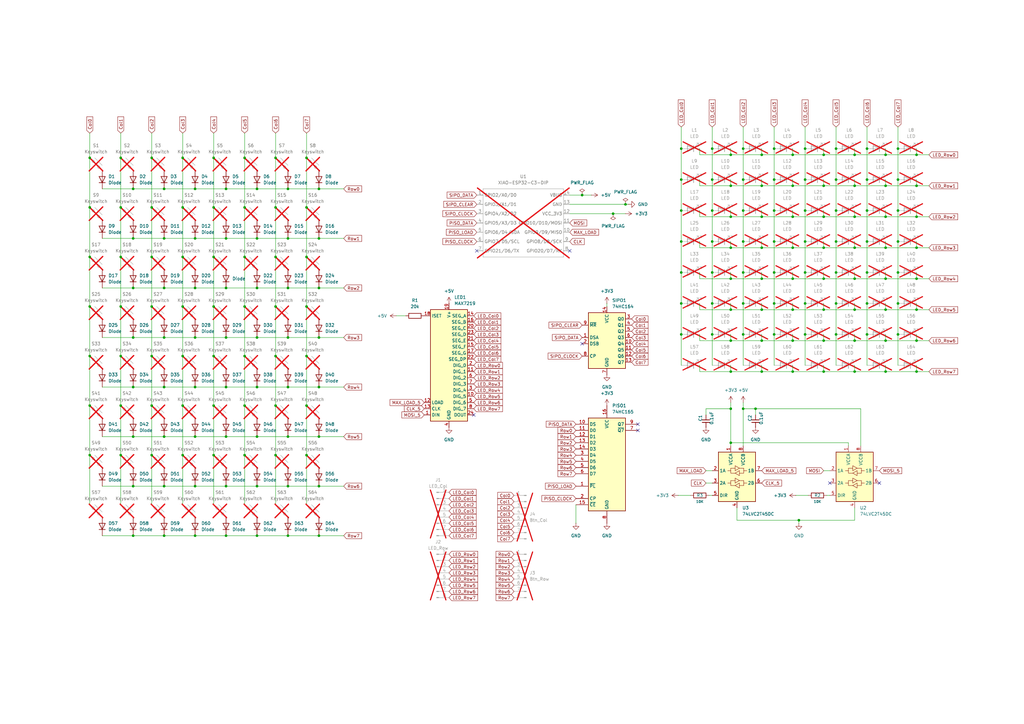
<source format=kicad_sch>
(kicad_sch (version 20250114) (generator "eeschema") (generator_version "9.0")
  (paper "A3")
  (junction (at 113.03 125.73))
  (junction (at 118.11 118.11))
  (junction (at 67.31 219.71))
  (junction (at 130.81 158.75))
  (junction (at 342.9 60.96))
  (junction (at 74.93 146.05))
  (junction (at 279.4 99.06))
  (junction (at 130.81 199.39))
  (junction (at 62.23 186.69))
  (junction (at 304.8 99.06))
  (junction (at 350.52 114.3))
  (junction (at 325.12 139.7))
  (junction (at 80.01 118.11))
  (junction (at 113.03 186.69))
  (junction (at 36.83 125.73))
  (junction (at 337.82 101.6))
  (junction (at 54.61 138.43))
  (junction (at 87.63 166.37))
  (junction (at 363.22 88.9))
  (junction (at 130.81 97.79))
  (junction (at 80.01 158.75))
  (junction (at 363.22 114.3))
  (junction (at 118.11 77.47))
  (junction (at 49.53 146.05))
  (junction (at 105.41 219.71))
  (junction (at 312.42 152.4))
  (junction (at 350.52 152.4))
  (junction (at 105.41 118.11))
  (junction (at 62.23 125.73))
  (junction (at 363.22 139.7))
  (junction (at 375.92 114.3))
  (junction (at 105.41 199.39))
  (junction (at 80.01 77.47))
  (junction (at 325.12 88.9))
  (junction (at 100.33 146.05))
  (junction (at 100.33 85.09))
  (junction (at 105.41 158.75))
  (junction (at 74.93 186.69))
  (junction (at 118.11 138.43))
  (junction (at 113.03 105.41))
  (junction (at 130.81 179.07))
  (junction (at 368.3 86.36))
  (junction (at 125.73 64.77))
  (junction (at 105.41 97.79))
  (junction (at 36.83 186.69))
  (junction (at 312.42 88.9))
  (junction (at 299.72 127))
  (junction (at 125.73 166.37))
  (junction (at 54.61 179.07))
  (junction (at 330.2 86.36))
  (junction (at 118.11 97.79))
  (junction (at 92.71 118.11))
  (junction (at 312.42 127))
  (junction (at 325.12 114.3))
  (junction (at 375.92 76.2))
  (junction (at 54.61 118.11))
  (junction (at 330.2 137.16))
  (junction (at 62.23 64.77))
  (junction (at 350.52 63.5))
  (junction (at 279.4 60.96))
  (junction (at 118.11 199.39))
  (junction (at 327.66 213.36))
  (junction (at 74.93 64.77))
  (junction (at 125.73 125.73))
  (junction (at 325.12 152.4))
  (junction (at 337.82 139.7))
  (junction (at 299.72 101.6))
  (junction (at 113.03 146.05))
  (junction (at 36.83 64.77))
  (junction (at 350.52 88.9))
  (junction (at 317.5 111.76))
  (junction (at 363.22 127))
  (junction (at 279.4 124.46))
  (junction (at 92.71 158.75))
  (junction (at 309.88 167.64))
  (junction (at 80.01 179.07))
  (junction (at 337.82 127))
  (junction (at 317.5 73.66))
  (junction (at 337.82 63.5))
  (junction (at 368.3 124.46))
  (junction (at 350.52 127))
  (junction (at 325.12 127))
  (junction (at 74.93 85.09))
  (junction (at 317.5 86.36))
  (junction (at 355.6 86.36))
  (junction (at 375.92 139.7))
  (junction (at 317.5 124.46))
  (junction (at 330.2 99.06))
  (junction (at 299.72 63.5))
  (junction (at 292.1 124.46))
  (junction (at 130.81 118.11))
  (junction (at 368.3 111.76))
  (junction (at 80.01 138.43))
  (junction (at 325.12 101.6))
  (junction (at 36.83 146.05))
  (junction (at 36.83 105.41))
  (junction (at 342.9 137.16))
  (junction (at 330.2 111.76))
  (junction (at 113.03 166.37))
  (junction (at 330.2 60.96))
  (junction (at 49.53 105.41))
  (junction (at 92.71 179.07))
  (junction (at 105.41 77.47))
  (junction (at 363.22 101.6))
  (junction (at 92.71 77.47))
  (junction (at 92.71 199.39))
  (junction (at 312.42 76.2))
  (junction (at 54.61 158.75))
  (junction (at 342.9 73.66))
  (junction (at 87.63 105.41))
  (junction (at 67.31 158.75))
  (junction (at 125.73 105.41))
  (junction (at 279.4 86.36))
  (junction (at 342.9 99.06))
  (junction (at 62.23 105.41))
  (junction (at 304.8 60.96))
  (junction (at 355.6 73.66))
  (junction (at 304.8 124.46))
  (junction (at 355.6 99.06))
  (junction (at 251.46 87.63))
  (junction (at 337.82 76.2))
  (junction (at 299.72 76.2))
  (junction (at 130.81 77.47))
  (junction (at 54.61 199.39))
  (junction (at 299.72 139.7))
  (junction (at 375.92 152.4))
  (junction (at 363.22 152.4))
  (junction (at 363.22 76.2))
  (junction (at 279.4 73.66))
  (junction (at 54.61 219.71))
  (junction (at 355.6 124.46))
  (junction (at 368.3 60.96))
  (junction (at 337.82 114.3))
  (junction (at 292.1 137.16))
  (junction (at 100.33 125.73))
  (junction (at 67.31 138.43))
  (junction (at 125.73 186.69))
  (junction (at 299.72 152.4))
  (junction (at 87.63 125.73))
  (junction (at 304.8 167.64))
  (junction (at 36.83 85.09))
  (junction (at 312.42 101.6))
  (junction (at 113.03 64.77))
  (junction (at 292.1 73.66))
  (junction (at 125.73 146.05))
  (junction (at 113.03 85.09))
  (junction (at 292.1 60.96))
  (junction (at 49.53 125.73))
  (junction (at 350.52 101.6))
  (junction (at 92.71 138.43))
  (junction (at 355.6 137.16))
  (junction (at 355.6 60.96))
  (junction (at 62.23 166.37))
  (junction (at 80.01 219.71))
  (junction (at 330.2 73.66))
  (junction (at 54.61 97.79))
  (junction (at 74.93 166.37))
  (junction (at 342.9 86.36))
  (junction (at 100.33 166.37))
  (junction (at 304.8 73.66))
  (junction (at 292.1 111.76))
  (junction (at 238.76 80.01))
  (junction (at 317.5 60.96))
  (junction (at 67.31 179.07))
  (junction (at 342.9 124.46))
  (junction (at 87.63 64.77))
  (junction (at 337.82 152.4))
  (junction (at 279.4 137.16))
  (junction (at 67.31 118.11))
  (junction (at 105.41 179.07))
  (junction (at 118.11 179.07))
  (junction (at 100.33 105.41))
  (junction (at 350.52 76.2))
  (junction (at 87.63 146.05))
  (junction (at 350.52 139.7))
  (junction (at 87.63 186.69))
  (junction (at 292.1 86.36))
  (junction (at 87.63 85.09))
  (junction (at 92.71 97.79))
  (junction (at 49.53 166.37))
  (junction (at 375.92 101.6))
  (junction (at 130.81 219.71))
  (junction (at 368.3 99.06))
  (junction (at 317.5 137.16))
  (junction (at 325.12 76.2))
  (junction (at 36.83 166.37))
  (junction (at 67.31 77.47))
  (junction (at 363.22 63.5))
  (junction (at 125.73 85.09))
  (junction (at 368.3 137.16))
  (junction (at 74.93 125.73))
  (junction (at 304.8 111.76))
  (junction (at 304.8 86.36))
  (junction (at 105.41 138.43))
  (junction (at 74.93 105.41))
  (junction (at 330.2 124.46))
  (junction (at 118.11 158.75))
  (junction (at 317.5 99.06))
  (junction (at 304.8 137.16))
  (junction (at 130.81 138.43))
  (junction (at 256.54 83.82))
  (junction (at 299.72 88.9))
  (junction (at 337.82 88.9))
  (junction (at 67.31 97.79))
  (junction (at 375.92 63.5))
  (junction (at 279.4 111.76))
  (junction (at 355.6 111.76))
  (junction (at 375.92 88.9))
  (junction (at 299.72 167.64))
  (junction (at 92.71 219.71))
  (junction (at 299.72 181.61))
  (junction (at 62.23 85.09))
  (junction (at 67.31 199.39))
  (junction (at 80.01 97.79))
  (junction (at 118.11 219.71))
  (junction (at 100.33 64.77))
  (junction (at 49.53 85.09))
  (junction (at 49.53 186.69))
  (junction (at 312.42 63.5))
  (junction (at 49.53 64.77))
  (junction (at 292.1 99.06))
  (junction (at 80.01 199.39))
  (junction (at 312.42 139.7))
  (junction (at 312.42 114.3))
  (junction (at 299.72 114.3))
  (junction (at 375.92 127))
  (junction (at 325.12 63.5))
  (junction (at 368.3 73.66))
  (junction (at 62.23 146.05))
  (junction (at 54.61 77.47))
  (junction (at 342.9 111.76))
  (junction (at 100.33 186.69))
  (no_connect (at 195.58 102.87))
  (no_connect (at 233.68 102.87))
  (no_connect (at 340.36 198.12))
  (no_connect (at 238.76 140.97))
  (no_connect (at 261.62 173.99))
  (no_connect (at 360.68 198.12))
  (no_connect (at 261.62 176.53))
  (no_connect (at 194.31 170.18))
  (wire (pts (xy 363.22 76.2) (xy 375.92 76.2)))
  (wire (pts (xy 363.22 152.4) (xy 375.92 152.4)))
  (wire (pts (xy 317.5 86.36) (xy 317.5 99.06)))
  (wire (pts (xy 62.23 64.77) (xy 62.23 85.09)))
  (wire (pts (xy 302.26 213.36) (xy 302.26 208.28)))
  (wire (pts (xy 287.02 60.96) (xy 287.02 63.5)))
  (wire (pts (xy 299.72 181.61) (xy 299.72 182.88)))
  (wire (pts (xy 105.41 158.75) (xy 118.11 158.75)))
  (wire (pts (xy 299.72 63.5) (xy 312.42 63.5)))
  (wire (pts (xy 312.42 86.36) (xy 312.42 88.9)))
  (wire (pts (xy 125.73 186.69) (xy 125.73 207.01)))
  (wire (pts (xy 118.11 179.07) (xy 130.81 179.07)))
  (wire (pts (xy 41.91 138.43) (xy 54.61 138.43)))
  (wire (pts (xy 87.63 166.37) (xy 87.63 186.69)))
  (wire (pts (xy 363.22 86.36) (xy 363.22 88.9)))
  (wire (pts (xy 289.56 167.64) (xy 289.56 170.18)))
  (wire (pts (xy 363.22 88.9) (xy 375.92 88.9)))
  (wire (pts (xy 287.02 127) (xy 299.72 127)))
  (wire (pts (xy 100.33 105.41) (xy 100.33 125.73)))
  (wire (pts (xy 304.8 60.96) (xy 304.8 73.66)))
  (wire (pts (xy 92.71 179.07) (xy 105.41 179.07)))
  (wire (pts (xy 350.52 208.28) (xy 350.52 213.36)))
  (wire (pts (xy 363.22 149.86) (xy 363.22 152.4)))
  (wire (pts (xy 41.91 97.79) (xy 54.61 97.79)))
  (wire (pts (xy 312.42 111.76) (xy 312.42 114.3)))
  (wire (pts (xy 80.01 138.43) (xy 92.71 138.43)))
  (wire (pts (xy 337.82 88.9) (xy 350.52 88.9)))
  (wire (pts (xy 317.5 137.16) (xy 317.5 149.86)))
  (wire (pts (xy 80.01 97.79) (xy 92.71 97.79)))
  (wire (pts (xy 337.82 86.36) (xy 337.82 88.9)))
  (wire (pts (xy 304.8 167.64) (xy 304.8 182.88)))
  (wire (pts (xy 118.11 199.39) (xy 130.81 199.39)))
  (wire (pts (xy 363.22 111.76) (xy 363.22 114.3)))
  (wire (pts (xy 100.33 146.05) (xy 100.33 166.37)))
  (wire (pts (xy 337.82 76.2) (xy 350.52 76.2)))
  (wire (pts (xy 105.41 219.71) (xy 118.11 219.71)))
  (wire (pts (xy 342.9 99.06) (xy 342.9 111.76)))
  (wire (pts (xy 100.33 54.61) (xy 100.33 64.77)))
  (wire (pts (xy 279.4 99.06) (xy 279.4 111.76)))
  (wire (pts (xy 113.03 85.09) (xy 113.03 105.41)))
  (wire (pts (xy 327.66 213.36) (xy 350.52 213.36)))
  (wire (pts (xy 350.52 114.3) (xy 363.22 114.3)))
  (wire (pts (xy 238.76 80.01) (xy 233.68 80.01)))
  (wire (pts (xy 312.42 101.6) (xy 325.12 101.6)))
  (wire (pts (xy 375.92 124.46) (xy 375.92 127)))
  (wire (pts (xy 100.33 166.37) (xy 100.33 186.69)))
  (wire (pts (xy 41.91 179.07) (xy 54.61 179.07)))
  (wire (pts (xy 87.63 85.09) (xy 87.63 105.41)))
  (wire (pts (xy 325.12 111.76) (xy 325.12 114.3)))
  (wire (pts (xy 287.02 149.86) (xy 287.02 152.4)))
  (wire (pts (xy 287.02 86.36) (xy 287.02 88.9)))
  (wire (pts (xy 62.23 85.09) (xy 62.23 105.41)))
  (wire (pts (xy 347.98 181.61) (xy 347.98 182.88)))
  (wire (pts (xy 130.81 118.11) (xy 140.97 118.11)))
  (wire (pts (xy 363.22 63.5) (xy 375.92 63.5)))
  (wire (pts (xy 49.53 54.61) (xy 49.53 64.77)))
  (wire (pts (xy 330.2 73.66) (xy 330.2 86.36)))
  (wire (pts (xy 304.8 167.64) (xy 309.88 167.64)))
  (wire (pts (xy 54.61 199.39) (xy 67.31 199.39)))
  (wire (pts (xy 350.52 63.5) (xy 363.22 63.5)))
  (wire (pts (xy 242.57 80.01) (xy 238.76 80.01)))
  (wire (pts (xy 299.72 127) (xy 312.42 127)))
  (wire (pts (xy 299.72 111.76) (xy 299.72 114.3)))
  (wire (pts (xy 350.52 139.7) (xy 363.22 139.7)))
  (wire (pts (xy 49.53 125.73) (xy 49.53 146.05)))
  (wire (pts (xy 118.11 97.79) (xy 130.81 97.79)))
  (wire (pts (xy 236.22 214.63) (xy 236.22 207.01)))
  (wire (pts (xy 375.92 114.3) (xy 381 114.3)))
  (wire (pts (xy 337.82 137.16) (xy 337.82 139.7)))
  (wire (pts (xy 113.03 146.05) (xy 113.03 166.37)))
  (wire (pts (xy 309.88 167.64) (xy 353.06 167.64)))
  (wire (pts (xy 36.83 105.41) (xy 36.83 125.73)))
  (wire (pts (xy 49.53 64.77) (xy 49.53 85.09)))
  (wire (pts (xy 375.92 137.16) (xy 375.92 139.7)))
  (wire (pts (xy 87.63 64.77) (xy 87.63 85.09)))
  (wire (pts (xy 36.83 125.73) (xy 36.83 146.05)))
  (wire (pts (xy 49.53 85.09) (xy 49.53 105.41)))
  (wire (pts (xy 67.31 138.43) (xy 80.01 138.43)))
  (wire (pts (xy 299.72 167.64) (xy 299.72 181.61)))
  (wire (pts (xy 279.4 52.07) (xy 279.4 60.96)))
  (wire (pts (xy 80.01 158.75) (xy 92.71 158.75)))
  (wire (pts (xy 368.3 86.36) (xy 368.3 99.06)))
  (wire (pts (xy 317.5 124.46) (xy 317.5 137.16)))
  (wire (pts (xy 36.83 54.61) (xy 36.83 64.77)))
  (wire (pts (xy 100.33 125.73) (xy 100.33 146.05)))
  (wire (pts (xy 325.12 152.4) (xy 337.82 152.4)))
  (wire (pts (xy 325.12 149.86) (xy 325.12 152.4)))
  (wire (pts (xy 325.12 60.96) (xy 325.12 63.5)))
  (wire (pts (xy 337.82 139.7) (xy 350.52 139.7)))
  (wire (pts (xy 256.54 87.63) (xy 251.46 87.63)))
  (wire (pts (xy 67.31 158.75) (xy 80.01 158.75)))
  (wire (pts (xy 80.01 219.71) (xy 92.71 219.71)))
  (wire (pts (xy 350.52 101.6) (xy 363.22 101.6)))
  (wire (pts (xy 279.4 111.76) (xy 279.4 124.46)))
  (wire (pts (xy 100.33 85.09) (xy 100.33 105.41)))
  (wire (pts (xy 363.22 114.3) (xy 375.92 114.3)))
  (wire (pts (xy 330.2 99.06) (xy 330.2 111.76)))
  (wire (pts (xy 375.92 88.9) (xy 381 88.9)))
  (wire (pts (xy 317.5 111.76) (xy 317.5 124.46)))
  (wire (pts (xy 54.61 118.11) (xy 67.31 118.11)))
  (wire (pts (xy 41.91 77.47) (xy 54.61 77.47)))
  (wire (pts (xy 92.71 219.71) (xy 105.41 219.71)))
  (wire (pts (xy 287.02 101.6) (xy 299.72 101.6)))
  (wire (pts (xy 54.61 179.07) (xy 67.31 179.07)))
  (wire (pts (xy 330.2 124.46) (xy 330.2 137.16)))
  (wire (pts (xy 309.88 167.64) (xy 309.88 170.18)))
  (wire (pts (xy 375.92 101.6) (xy 363.22 101.6)))
  (wire (pts (xy 62.23 166.37) (xy 62.23 186.69)))
  (wire (pts (xy 62.23 125.73) (xy 62.23 146.05)))
  (wire (pts (xy 350.52 124.46) (xy 350.52 127)))
  (wire (pts (xy 337.82 152.4) (xy 350.52 152.4)))
  (wire (pts (xy 92.71 118.11) (xy 105.41 118.11)))
  (wire (pts (xy 287.02 124.46) (xy 287.02 127)))
  (wire (pts (xy 368.3 111.76) (xy 368.3 124.46)))
  (wire (pts (xy 292.1 137.16) (xy 292.1 149.86)))
  (wire (pts (xy 87.63 146.05) (xy 87.63 166.37)))
  (wire (pts (xy 317.5 99.06) (xy 317.5 111.76)))
  (wire (pts (xy 342.9 86.36) (xy 342.9 99.06)))
  (wire (pts (xy 125.73 64.77) (xy 125.73 85.09)))
  (wire (pts (xy 342.9 52.07) (xy 342.9 60.96)))
  (wire (pts (xy 312.42 73.66) (xy 312.42 76.2)))
  (wire (pts (xy 312.42 60.96) (xy 312.42 63.5)))
  (wire (pts (xy 312.42 124.46) (xy 312.42 127)))
  (wire (pts (xy 292.1 99.06) (xy 292.1 111.76)))
  (wire (pts (xy 342.9 60.96) (xy 342.9 73.66)))
  (wire (pts (xy 251.46 87.63) (xy 233.68 87.63)))
  (wire (pts (xy 312.42 63.5) (xy 325.12 63.5)))
  (wire (pts (xy 100.33 64.77) (xy 100.33 85.09)))
  (wire (pts (xy 287.02 63.5) (xy 299.72 63.5)))
  (wire (pts (xy 375.92 152.4) (xy 381 152.4)))
  (wire (pts (xy 317.5 52.07) (xy 317.5 60.96)))
  (wire (pts (xy 74.93 85.09) (xy 74.93 105.41)))
  (wire (pts (xy 342.9 137.16) (xy 342.9 149.86)))
  (wire (pts (xy 130.81 179.07) (xy 140.97 179.07)))
  (wire (pts (xy 41.91 199.39) (xy 54.61 199.39)))
  (wire (pts (xy 67.31 219.71) (xy 80.01 219.71)))
  (wire (pts (xy 350.52 99.06) (xy 350.52 101.6)))
  (wire (pts (xy 363.22 127) (xy 375.92 127)))
  (wire (pts (xy 312.42 152.4) (xy 325.12 152.4)))
  (wire (pts (xy 87.63 105.41) (xy 87.63 125.73)))
  (wire (pts (xy 125.73 146.05) (xy 125.73 166.37)))
  (wire (pts (xy 375.92 149.86) (xy 375.92 152.4)))
  (wire (pts (xy 355.6 52.07) (xy 355.6 60.96)))
  (wire (pts (xy 257.81 83.82) (xy 256.54 83.82)))
  (wire (pts (xy 279.4 137.16) (xy 279.4 149.86)))
  (wire (pts (xy 350.52 152.4) (xy 363.22 152.4)))
  (wire (pts (xy 80.01 118.11) (xy 92.71 118.11)))
  (wire (pts (xy 304.8 52.07) (xy 304.8 60.96)))
  (wire (pts (xy 279.4 86.36) (xy 279.4 99.06)))
  (wire (pts (xy 92.71 97.79) (xy 105.41 97.79)))
  (wire (pts (xy 125.73 166.37) (xy 125.73 186.69)))
  (wire (pts (xy 292.1 86.36) (xy 292.1 99.06)))
  (wire (pts (xy 355.6 73.66) (xy 355.6 86.36)))
  (wire (pts (xy 337.82 99.06) (xy 337.82 101.6)))
  (wire (pts (xy 304.8 165.1) (xy 304.8 167.64)))
  (wire (pts (xy 350.52 149.86) (xy 350.52 152.4)))
  (wire (pts (xy 299.72 165.1) (xy 299.72 167.64)))
  (wire (pts (xy 74.93 105.41) (xy 74.93 125.73)))
  (wire (pts (xy 312.42 137.16) (xy 312.42 139.7)))
  (wire (pts (xy 325.12 63.5) (xy 337.82 63.5)))
  (wire (pts (xy 299.72 86.36) (xy 299.72 88.9)))
  (wire (pts (xy 36.83 166.37) (xy 36.83 186.69)))
  (wire (pts (xy 279.4 60.96) (xy 279.4 73.66)))
  (wire (pts (xy 375.92 63.5) (xy 381 63.5)))
  (wire (pts (xy 130.81 97.79) (xy 140.97 97.79)))
  (wire (pts (xy 325.12 114.3) (xy 337.82 114.3)))
  (wire (pts (xy 325.12 139.7) (xy 337.82 139.7)))
  (wire (pts (xy 330.2 86.36) (xy 330.2 99.06)))
  (wire (pts (xy 287.02 137.16) (xy 287.02 139.7)))
  (wire (pts (xy 248.92 124.46) (xy 248.92 125.73)))
  (wire (pts (xy 375.92 127) (xy 381 127)))
  (wire (pts (xy 287.02 76.2) (xy 299.72 76.2)))
  (wire (pts (xy 41.91 219.71) (xy 54.61 219.71)))
  (wire (pts (xy 292.1 111.76) (xy 292.1 124.46)))
  (wire (pts (xy 54.61 138.43) (xy 67.31 138.43)))
  (wire (pts (xy 292.1 52.07) (xy 292.1 60.96)))
  (wire (pts (xy 353.06 167.64) (xy 353.06 182.88)))
  (wire (pts (xy 130.81 219.71) (xy 140.97 219.71)))
  (wire (pts (xy 355.6 60.96) (xy 355.6 73.66)))
  (wire (pts (xy 67.31 97.79) (xy 80.01 97.79)))
  (wire (pts (xy 325.12 88.9) (xy 337.82 88.9)))
  (wire (pts (xy 312.42 149.86) (xy 312.42 152.4)))
  (wire (pts (xy 325.12 76.2) (xy 337.82 76.2)))
  (wire (pts (xy 118.11 138.43) (xy 130.81 138.43)))
  (wire (pts (xy 87.63 125.73) (xy 87.63 146.05)))
  (wire (pts (xy 363.22 60.96) (xy 363.22 63.5)))
  (wire (pts (xy 363.22 73.66) (xy 363.22 76.2)))
  (wire (pts (xy 92.71 77.47) (xy 105.41 77.47)))
  (wire (pts (xy 337.82 73.66) (xy 337.82 76.2)))
  (wire (pts (xy 289.56 193.04) (xy 292.1 193.04)))
  (wire (pts (xy 304.8 73.66) (xy 304.8 86.36)))
  (wire (pts (xy 105.41 199.39) (xy 118.11 199.39)))
  (wire (pts (xy 299.72 139.7) (xy 312.42 139.7)))
  (wire (pts (xy 287.02 73.66) (xy 287.02 76.2)))
  (wire (pts (xy 342.9 73.66) (xy 342.9 86.36)))
  (wire (pts (xy 368.3 73.66) (xy 368.3 86.36)))
  (wire (pts (xy 299.72 181.61) (xy 347.98 181.61)))
  (wire (pts (xy 325.12 137.16) (xy 325.12 139.7)))
  (wire (pts (xy 302.26 213.36) (xy 327.66 213.36)))
  (wire (pts (xy 113.03 54.61) (xy 113.03 64.77)))
  (wire (pts (xy 130.81 138.43) (xy 140.97 138.43)))
  (wire (pts (xy 74.93 54.61) (xy 74.93 64.77)))
  (wire (pts (xy 363.22 139.7) (xy 375.92 139.7)))
  (wire (pts (xy 287.02 88.9) (xy 299.72 88.9)))
  (wire (pts (xy 375.92 86.36) (xy 375.92 88.9)))
  (wire (pts (xy 113.03 186.69) (xy 113.03 207.01)))
  (wire (pts (xy 355.6 86.36) (xy 355.6 99.06)))
  (wire (pts (xy 54.61 97.79) (xy 67.31 97.79)))
  (wire (pts (xy 304.8 111.76) (xy 304.8 124.46)))
  (wire (pts (xy 368.3 137.16) (xy 368.3 149.86)))
  (wire (pts (xy 337.82 111.76) (xy 337.82 114.3)))
  (wire (pts (xy 62.23 186.69) (xy 62.23 207.01)))
  (wire (pts (xy 299.72 88.9) (xy 312.42 88.9)))
  (wire (pts (xy 350.52 76.2) (xy 363.22 76.2)))
  (wire (pts (xy 92.71 199.39) (xy 105.41 199.39)))
  (wire (pts (xy 304.8 137.16) (xy 304.8 149.86)))
  (wire (pts (xy 368.3 124.46) (xy 368.3 137.16)))
  (wire (pts (xy 54.61 77.47) (xy 67.31 77.47)))
  (wire (pts (xy 312.42 88.9) (xy 325.12 88.9)))
  (wire (pts (xy 92.71 158.75) (xy 105.41 158.75)))
  (wire (pts (xy 337.82 124.46) (xy 337.82 127)))
  (wire (pts (xy 337.82 63.5) (xy 350.52 63.5)))
  (wire (pts (xy 74.93 166.37) (xy 74.93 186.69)))
  (wire (pts (xy 375.92 76.2) (xy 381 76.2)))
  (wire (pts (xy 355.6 137.16) (xy 355.6 149.86)))
  (wire (pts (xy 125.73 105.41) (xy 125.73 125.73)))
  (wire (pts (xy 125.73 125.73) (xy 125.73 146.05)))
  (wire (pts (xy 337.82 193.04) (xy 340.36 193.04)))
  (wire (pts (xy 350.52 111.76) (xy 350.52 114.3)))
  (wire (pts (xy 312.42 139.7) (xy 325.12 139.7)))
  (wire (pts (xy 256.54 83.82) (xy 233.68 83.82)))
  (wire (pts (xy 325.12 86.36) (xy 325.12 88.9)))
  (wire (pts (xy 299.72 114.3) (xy 312.42 114.3)))
  (wire (pts (xy 62.23 54.61) (xy 62.23 64.77)))
  (wire (pts (xy 130.81 158.75) (xy 140.97 158.75)))
  (wire (pts (xy 330.2 137.16) (xy 330.2 149.86)))
  (wire (pts (xy 299.72 60.96) (xy 299.72 63.5)))
  (wire (pts (xy 279.4 124.46) (xy 279.4 137.16)))
  (wire (pts (xy 375.92 60.96) (xy 375.92 63.5)))
  (wire (pts (xy 299.72 76.2) (xy 312.42 76.2)))
  (wire (pts (xy 290.83 203.2) (xy 292.1 203.2)))
  (wire (pts (xy 325.12 127) (xy 337.82 127)))
  (wire (pts (xy 36.83 85.09) (xy 36.83 105.41)))
  (wire (pts (xy 330.2 111.76) (xy 330.2 124.46)))
  (wire (pts (xy 105.41 118.11) (xy 118.11 118.11)))
  (wire (pts (xy 41.91 158.75) (xy 54.61 158.75)))
  (wire (pts (xy 130.81 77.47) (xy 140.97 77.47)))
  (wire (pts (xy 299.72 73.66) (xy 299.72 76.2)))
  (wire (pts (xy 299.72 124.46) (xy 299.72 127)))
  (wire (pts (xy 325.12 99.06) (xy 325.12 101.6)))
  (wire (pts (xy 36.83 64.77) (xy 36.83 85.09)))
  (wire (pts (xy 54.61 158.75) (xy 67.31 158.75)))
  (wire (pts (xy 125.73 85.09) (xy 125.73 105.41)))
  (wire (pts (xy 317.5 60.96) (xy 317.5 73.66)))
  (wire (pts (xy 49.53 186.69) (xy 49.53 207.01)))
  (wire (pts (xy 299.72 152.4) (xy 312.42 152.4)))
  (wire (pts (xy 330.2 52.07) (xy 330.2 60.96)))
  (wire (pts (xy 304.8 124.46) (xy 304.8 137.16)))
  (wire (pts (xy 363.22 99.06) (xy 363.22 101.6)))
  (wire (pts (xy 304.8 86.36) (xy 304.8 99.06)))
  (wire (pts (xy 355.6 99.06) (xy 355.6 111.76)))
  (wire (pts (xy 67.31 77.47) (xy 80.01 77.47)))
  (wire (pts (xy 80.01 199.39) (xy 92.71 199.39)))
  (wire (pts (xy 125.73 54.61) (xy 125.73 64.77)))
  (wire (pts (xy 287.02 152.4) (xy 299.72 152.4)))
  (wire (pts (xy 113.03 64.77) (xy 113.03 85.09)))
  (wire (pts (xy 317.5 73.66) (xy 317.5 86.36)))
  (wire (pts (xy 304.8 99.06) (xy 304.8 111.76)))
  (wire (pts (xy 312.42 127) (xy 325.12 127)))
  (wire (pts (xy 130.81 199.39) (xy 140.97 199.39)))
  (wire (pts (xy 337.82 60.96) (xy 337.82 63.5)))
  (wire (pts (xy 113.03 125.73) (xy 113.03 146.05)))
  (wire (pts (xy 118.11 77.47) (xy 130.81 77.47)))
  (wire (pts (xy 49.53 166.37) (xy 49.53 186.69)))
  (wire (pts (xy 62.23 146.05) (xy 62.23 166.37)))
  (wire (pts (xy 278.13 203.2) (xy 283.21 203.2)))
  (wire (pts (xy 49.53 105.41) (xy 49.53 125.73)))
  (wire (pts (xy 36.83 186.69) (xy 36.83 207.01)))
  (wire (pts (xy 299.72 101.6) (xy 312.42 101.6)))
  (wire (pts (xy 49.53 146.05) (xy 49.53 166.37)))
  (wire (pts (xy 337.82 114.3) (xy 350.52 114.3)))
  (wire (pts (xy 337.82 127) (xy 350.52 127)))
  (wire (pts (xy 350.52 60.96) (xy 350.52 63.5)))
  (wire (pts (xy 299.72 149.86) (xy 299.72 152.4)))
  (wire (pts (xy 287.02 114.3) (xy 299.72 114.3)))
  (wire (pts (xy 80.01 77.47) (xy 92.71 77.47)))
  (wire (pts (xy 113.03 105.41) (xy 113.03 125.73)))
  (wire (pts (xy 312.42 114.3) (xy 325.12 114.3)))
  (wire (pts (xy 325.12 101.6) (xy 337.82 101.6)))
  (wire (pts (xy 350.52 127) (xy 363.22 127)))
  (wire (pts (xy 105.41 138.43) (xy 118.11 138.43)))
  (wire (pts (xy 292.1 60.96) (xy 292.1 73.66)))
  (wire (pts (xy 105.41 97.79) (xy 118.11 97.79)))
  (wire (pts (xy 80.01 179.07) (xy 92.71 179.07)))
  (wire (pts (xy 292.1 73.66) (xy 292.1 86.36)))
  (wire (pts (xy 287.02 99.06) (xy 287.02 101.6)))
  (wire (pts (xy 368.3 60.96) (xy 368.3 73.66)))
  (wire (pts (xy 279.4 73.66) (xy 279.4 86.36)))
  (wire (pts (xy 118.11 219.71) (xy 130.81 219.71)))
  (wire (pts (xy 41.91 118.11) (xy 54.61 118.11)))
  (wire (pts (xy 36.83 146.05) (xy 36.83 166.37)))
  (wire (pts (xy 350.52 73.66) (xy 350.52 76.2)))
  (wire (pts (xy 67.31 118.11) (xy 80.01 118.11)))
  (wire (pts (xy 67.31 199.39) (xy 80.01 199.39)))
  (wire (pts (xy 74.93 64.77) (xy 74.93 85.09)))
  (wire (pts (xy 339.09 203.2) (xy 340.36 203.2)))
  (wire (pts (xy 375.92 111.76) (xy 375.92 114.3)))
  (wire (pts (xy 325.12 73.66) (xy 325.12 76.2)))
  (wire (pts (xy 363.22 137.16) (xy 363.22 139.7)))
  (wire (pts (xy 350.52 86.36) (xy 350.52 88.9)))
  (wire (pts (xy 87.63 186.69) (xy 87.63 207.01)))
  (wire (pts (xy 326.39 203.2) (xy 331.47 203.2)))
  (wire (pts (xy 292.1 124.46) (xy 292.1 137.16)))
  (wire (pts (xy 118.11 158.75) (xy 130.81 158.75)))
  (wire (pts (xy 299.72 99.06) (xy 299.72 101.6)))
  (wire (pts (xy 67.31 179.07) (xy 80.01 179.07)))
  (wire (pts (xy 113.03 166.37) (xy 113.03 186.69)))
  (wire (pts (xy 105.41 179.07) (xy 118.11 179.07)))
  (wire (pts (xy 368.3 52.07) (xy 368.3 60.96)))
  (wire (pts (xy 289.56 198.12) (xy 292.1 198.12)))
  (wire (pts (xy 92.71 138.43) (xy 105.41 138.43)))
  (wire (pts (xy 375.92 99.06) (xy 375.92 101.6)))
  (wire (pts (xy 287.02 139.7) (xy 299.72 139.7)))
  (wire (pts (xy 337.82 149.86) (xy 337.82 152.4)))
  (wire (pts (xy 118.11 118.11) (xy 130.81 118.11)))
  (wire (pts (xy 355.6 111.76) (xy 355.6 124.46)))
  (wire (pts (xy 342.9 111.76) (xy 342.9 124.46)))
  (wire (pts (xy 312.42 76.2) (xy 325.12 76.2)))
  (wire (pts (xy 375.92 139.7) (xy 381 139.7)))
  (wire (pts (xy 54.61 219.71) (xy 67.31 219.71)))
  (wire (pts (xy 87.63 54.61) (xy 87.63 64.77)))
  (wire (pts (xy 299.72 137.16) (xy 299.72 139.7)))
  (wire (pts (xy 162.56 129.54) (xy 166.37 129.54)))
  (wire (pts (xy 289.56 167.64) (xy 299.72 167.64)))
  (wire (pts (xy 100.33 186.69) (xy 100.33 207.01)))
  (wire (pts (xy 325.12 124.46) (xy 325.12 127)))
  (wire (pts (xy 342.9 124.46) (xy 342.9 137.16)))
  (wire (pts (xy 74.93 186.69) (xy 74.93 207.01)))
  (wire (pts (xy 105.41 77.47) (xy 118.11 77.47)))
  (wire (pts (xy 287.02 111.76) (xy 287.02 114.3)))
  (wire (pts (xy 350.52 88.9) (xy 363.22 88.9)))
  (wire (pts (xy 337.82 101.6) (xy 350.52 101.6)))
  (wire (pts (xy 368.3 99.06) (xy 368.3 111.76)))
  (wire (pts (xy 62.23 105.41) (xy 62.23 125.73)))
  (wire (pts (xy 312.42 99.06) (xy 312.42 101.6)))
  (wire (pts (xy 350.52 137.16) (xy 350.52 139.7)))
  (wire (pts (xy 363.22 124.46) (xy 363.22 127)))
  (wire (pts (xy 74.93 146.05) (xy 74.93 166.37)))
  (wire (pts (xy 375.92 73.66) (xy 375.92 76.2)))
  (wire (pts (xy 327.66 214.63) (xy 327.66 213.36)))
  (wire (pts (xy 355.6 124.46) (xy 355.6 137.16)))
  (wire (pts (xy 74.93 125.73) (xy 74.93 146.05)))
  (wire (pts (xy 381 101.6) (xy 375.92 101.6)))
  (wire (pts (xy 330.2 60.96) (xy 330.2 73.66)))
  (global_label "Col5" (shape input) (at 259.08 143.51 0) (property "Intersheetrefs" "${INTERSHEET_REFS}" (effects (hide yes))))
  (global_label "Row0" (shape input) (at 140.97 77.47 0) (property "Intersheetrefs" "${INTERSHEET_REFS}" (effects (hide yes))))
  (global_label "Row4" (shape input) (at 236.22 186.69 180) (property "Intersheetrefs" "${INTERSHEET_REFS}" (effects (hide yes))))
  (global_label "LED_Row1" (shape input) (at 194.31 152.4 0) (property "Intersheetrefs" "${INTERSHEET_REFS}" (effects (hide yes))))
  (global_label "Row7" (shape input) (at 236.22 194.31 180) (property "Intersheetrefs" "${INTERSHEET_REFS}" (effects (hide yes))))
  (global_label "Col2" (shape input) (at 259.08 135.89 0) (property "Intersheetrefs" "${INTERSHEET_REFS}" (effects (hide yes))))
  (global_label "Col4" (shape input) (at 87.63 54.61 90) (property "Intersheetrefs" "${INTERSHEET_REFS}" (effects (hide yes))))
  (global_label "Col4" (shape input) (at 259.08 140.97 0) (property "Intersheetrefs" "${INTERSHEET_REFS}" (effects (hide yes))))
  (global_label "Col3" (shape input) (at 74.93 54.61 90) (property "Intersheetrefs" "${INTERSHEET_REFS}" (effects (hide yes))))
  (global_label "MOSI_5" (shape input) (at 360.68 193.04 0) (property "Intersheetrefs" "${INTERSHEET_REFS}" (effects (hide yes))))
  (global_label "Row2" (shape input) (at 210.82 232.41 180) (property "Intersheetrefs" "${INTERSHEET_REFS}" (effects (hide yes))))
  (global_label "LED_Col5" (shape input) (at 184.15 214.63 0) (property "Intersheetrefs" "${INTERSHEET_REFS}" (effects (hide yes))))
  (global_label "Row5" (shape input) (at 140.97 179.07 0) (property "Intersheetrefs" "${INTERSHEET_REFS}" (effects (hide yes))))
  (global_label "Row2" (shape input) (at 140.97 118.11 0) (property "Intersheetrefs" "${INTERSHEET_REFS}" (effects (hide yes))))
  (global_label "SIPO_CLOCK" (shape input) (at 238.76 146.05 180) (property "Intersheetrefs" "${INTERSHEET_REFS}" (effects (hide yes))))
  (global_label "LED_Row6" (shape input) (at 184.15 242.57 0) (property "Intersheetrefs" "${INTERSHEET_REFS}" (effects (hide yes))))
  (global_label "Row2" (shape input) (at 236.22 181.61 180) (property "Intersheetrefs" "${INTERSHEET_REFS}" (effects (hide yes))))
  (global_label "Col5" (shape input) (at 210.82 215.9 180) (property "Intersheetrefs" "${INTERSHEET_REFS}" (effects (hide yes))))
  (global_label "LED_Row5" (shape input) (at 194.31 162.56 0) (property "Intersheetrefs" "${INTERSHEET_REFS}" (effects (hide yes))))
  (global_label "PISO_LOAD" (shape input) (at 195.58 95.25 180) (property "Intersheetrefs" "${INTERSHEET_REFS}" (effects (hide yes))))
  (global_label "LED_Col1" (shape input) (at 194.31 132.08 0) (property "Intersheetrefs" "${INTERSHEET_REFS}" (effects (hide yes))))
  (global_label "PISO_DATA" (shape input) (at 195.58 91.44 180) (property "Intersheetrefs" "${INTERSHEET_REFS}" (effects (hide yes))))
  (global_label "Row5" (shape input) (at 210.82 240.03 180) (property "Intersheetrefs" "${INTERSHEET_REFS}" (effects (hide yes))))
  (global_label "Col0" (shape input) (at 210.82 203.2 180) (property "Intersheetrefs" "${INTERSHEET_REFS}" (effects (hide yes))))
  (global_label "PISO_CLOCK" (shape input) (at 195.58 99.06 180) (property "Intersheetrefs" "${INTERSHEET_REFS}" (effects (hide yes))))
  (global_label "LED_Col7" (shape input) (at 368.3 52.07 90) (property "Intersheetrefs" "${INTERSHEET_REFS}" (effects (hide yes))))
  (global_label "Row1" (shape input) (at 236.22 179.07 180) (property "Intersheetrefs" "${INTERSHEET_REFS}" (effects (hide yes))))
  (global_label "LED_Col2" (shape input) (at 194.31 134.62 0) (property "Intersheetrefs" "${INTERSHEET_REFS}" (effects (hide yes))))
  (global_label "LED_Col4" (shape input) (at 194.31 139.7 0) (property "Intersheetrefs" "${INTERSHEET_REFS}" (effects (hide yes))))
  (global_label "LED_Row2" (shape input) (at 184.15 232.41 0) (property "Intersheetrefs" "${INTERSHEET_REFS}" (effects (hide yes))))
  (global_label "LED_Col0" (shape input) (at 184.15 201.93 0) (property "Intersheetrefs" "${INTERSHEET_REFS}" (effects (hide yes))))
  (global_label "LED_Row6" (shape input) (at 194.31 165.1 0) (property "Intersheetrefs" "${INTERSHEET_REFS}" (effects (hide yes))))
  (global_label "SIPO_CLOCK" (shape input) (at 195.58 87.63 180) (property "Intersheetrefs" "${INTERSHEET_REFS}" (effects (hide yes))))
  (global_label "LED_Col3" (shape input) (at 194.31 137.16 0) (property "Intersheetrefs" "${INTERSHEET_REFS}" (effects (hide yes))))
  (global_label "LED_Col4" (shape input) (at 184.15 212.09 0) (property "Intersheetrefs" "${INTERSHEET_REFS}" (effects (hide yes))))
  (global_label "Col0" (shape input) (at 36.83 54.61 90) (property "Intersheetrefs" "${INTERSHEET_REFS}" (effects (hide yes))))
  (global_label "Col3" (shape input) (at 259.08 138.43 0) (property "Intersheetrefs" "${INTERSHEET_REFS}" (effects (hide yes))))
  (global_label "Row5" (shape input) (at 236.22 189.23 180) (property "Intersheetrefs" "${INTERSHEET_REFS}" (effects (hide yes))))
  (global_label "SIPO_DATA" (shape input) (at 195.58 80.01 180) (property "Intersheetrefs" "${INTERSHEET_REFS}" (effects (hide yes))))
  (global_label "CLK_5" (shape input) (at 312.42 198.12 0) (property "Intersheetrefs" "${INTERSHEET_REFS}" (effects (hide yes))))
  (global_label "LED_Row3" (shape input) (at 194.31 157.48 0) (property "Intersheetrefs" "${INTERSHEET_REFS}" (effects (hide yes))))
  (global_label "LED_Row1" (shape input) (at 184.15 229.87 0) (property "Intersheetrefs" "${INTERSHEET_REFS}" (effects (hide yes))))
  (global_label "MAX_LOAD" (shape input) (at 233.68 95.25 0) (property "Intersheetrefs" "${INTERSHEET_REFS}" (effects (hide yes))))
  (global_label "Col0" (shape input) (at 259.08 130.81 0) (property "Intersheetrefs" "${INTERSHEET_REFS}" (effects (hide yes))))
  (global_label "LED_Row5" (shape input) (at 184.15 240.03 0) (property "Intersheetrefs" "${INTERSHEET_REFS}" (effects (hide yes))))
  (global_label "LED_Row2" (shape input) (at 194.31 154.94 0) (property "Intersheetrefs" "${INTERSHEET_REFS}" (effects (hide yes))))
  (global_label "LED_Col5" (shape input) (at 194.31 142.24 0) (property "Intersheetrefs" "${INTERSHEET_REFS}" (effects (hide yes))))
  (global_label "LED_Row7" (shape input) (at 184.15 245.11 0) (property "Intersheetrefs" "${INTERSHEET_REFS}" (effects (hide yes))))
  (global_label "LED_Row4" (shape input) (at 184.15 237.49 0) (property "Intersheetrefs" "${INTERSHEET_REFS}" (effects (hide yes))))
  (global_label "Col1" (shape input) (at 210.82 205.74 180) (property "Intersheetrefs" "${INTERSHEET_REFS}" (effects (hide yes))))
  (global_label "SIPO_CLEAR" (shape input) (at 238.76 133.35 180) (property "Intersheetrefs" "${INTERSHEET_REFS}" (effects (hide yes))))
  (global_label "LED_Row4" (shape input) (at 194.31 160.02 0) (property "Intersheetrefs" "${INTERSHEET_REFS}" (effects (hide yes))))
  (global_label "LED_Row7" (shape input) (at 194.31 167.64 0) (property "Intersheetrefs" "${INTERSHEET_REFS}" (effects (hide yes))))
  (global_label "LED_Row2" (shape input) (at 381 88.9 0) (property "Intersheetrefs" "${INTERSHEET_REFS}" (effects (hide yes))))
  (global_label "Col5" (shape input) (at 100.33 54.61 90) (property "Intersheetrefs" "${INTERSHEET_REFS}" (effects (hide yes))))
  (global_label "Row1" (shape input) (at 210.82 229.87 180) (property "Intersheetrefs" "${INTERSHEET_REFS}" (effects (hide yes))))
  (global_label "MOSI" (shape input) (at 337.82 193.04 180) (property "Intersheetrefs" "${INTERSHEET_REFS}" (effects (hide yes))))
  (global_label "Row3" (shape input) (at 210.82 234.95 180) (property "Intersheetrefs" "${INTERSHEET_REFS}" (effects (hide yes))))
  (global_label "LED_Col0" (shape input) (at 194.31 129.54 0) (property "Intersheetrefs" "${INTERSHEET_REFS}" (effects (hide yes))))
  (global_label "Col1" (shape input) (at 259.08 133.35 0) (property "Intersheetrefs" "${INTERSHEET_REFS}" (effects (hide yes))))
  (global_label "Row6" (shape input) (at 236.22 191.77 180) (property "Intersheetrefs" "${INTERSHEET_REFS}" (effects (hide yes))))
  (global_label "LED_Row6" (shape input) (at 381 139.7 0) (property "Intersheetrefs" "${INTERSHEET_REFS}" (effects (hide yes))))
  (global_label "LED_Col4" (shape input) (at 330.2 52.07 90) (property "Intersheetrefs" "${INTERSHEET_REFS}" (effects (hide yes))))
  (global_label "Row0" (shape input) (at 210.82 227.33 180) (property "Intersheetrefs" "${INTERSHEET_REFS}" (effects (hide yes))))
  (global_label "Col2" (shape input) (at 62.23 54.61 90) (property "Intersheetrefs" "${INTERSHEET_REFS}" (effects (hide yes))))
  (global_label "PISO_DATA" (shape input) (at 236.22 173.99 180) (property "Intersheetrefs" "${INTERSHEET_REFS}" (effects (hide yes))))
  (global_label "Col3" (shape input) (at 210.82 210.82 180) (property "Intersheetrefs" "${INTERSHEET_REFS}" (effects (hide yes))))
  (global_label "CLK" (shape input) (at 289.56 198.12 180) (property "Intersheetrefs" "${INTERSHEET_REFS}" (effects (hide yes))))
  (global_label "LED_Row0" (shape input) (at 184.15 227.33 0) (property "Intersheetrefs" "${INTERSHEET_REFS}" (effects (hide yes))))
  (global_label "MOSI_5" (shape input) (at 173.99 170.18 180) (property "Intersheetrefs" "${INTERSHEET_REFS}" (effects (hide yes))))
  (global_label "LED_Col1" (shape input) (at 292.1 52.07 90) (property "Intersheetrefs" "${INTERSHEET_REFS}" (effects (hide yes))))
  (global_label "Row6" (shape input) (at 140.97 199.39 0) (property "Intersheetrefs" "${INTERSHEET_REFS}" (effects (hide yes))))
  (global_label "LED_Col2" (shape input) (at 304.8 52.07 90) (property "Intersheetrefs" "${INTERSHEET_REFS}" (effects (hide yes))))
  (global_label "PISO_LOAD" (shape input) (at 236.22 199.39 180) (property "Intersheetrefs" "${INTERSHEET_REFS}" (effects (hide yes))))
  (global_label "LED_Col7" (shape input) (at 184.15 219.71 0) (property "Intersheetrefs" "${INTERSHEET_REFS}" (effects (hide yes))))
  (global_label "LED_Col1" (shape input) (at 184.15 204.47 0) (property "Intersheetrefs" "${INTERSHEET_REFS}" (effects (hide yes))))
  (global_label "CLK_5" (shape input) (at 173.99 167.64 180) (property "Intersheetrefs" "${INTERSHEET_REFS}" (effects (hide yes))))
  (global_label "LED_Col6" (shape input) (at 194.31 144.78 0) (property "Intersheetrefs" "${INTERSHEET_REFS}" (effects (hide yes))))
  (global_label "MAX_LOAD" (shape input) (at 289.56 193.04 180) (property "Intersheetrefs" "${INTERSHEET_REFS}" (effects (hide yes))))
  (global_label "LED_Col2" (shape input) (at 184.15 207.01 0) (property "Intersheetrefs" "${INTERSHEET_REFS}" (effects (hide yes))))
  (global_label "LED_Row4" (shape input) (at 381 114.3 0) (property "Intersheetrefs" "${INTERSHEET_REFS}" (effects (hide yes))))
  (global_label "LED_Row0" (shape input) (at 194.31 149.86 0) (property "Intersheetrefs" "${INTERSHEET_REFS}" (effects (hide yes))))
  (global_label "PISO_CLOCK" (shape input) (at 236.22 204.47 180) (property "Intersheetrefs" "${INTERSHEET_REFS}" (effects (hide yes))))
  (global_label "Col2" (shape input) (at 210.82 208.28 180) (property "Intersheetrefs" "${INTERSHEET_REFS}" (effects (hide yes))))
  (global_label "CLK" (shape input) (at 233.68 99.06 0) (property "Intersheetrefs" "${INTERSHEET_REFS}" (effects (hide yes))))
  (global_label "LED_Col7" (shape input) (at 194.31 147.32 0) (property "Intersheetrefs" "${INTERSHEET_REFS}" (effects (hide yes))))
  (global_label "LED_Col3" (shape input) (at 184.15 209.55 0) (property "Intersheetrefs" "${INTERSHEET_REFS}" (effects (hide yes))))
  (global_label "Col6" (shape input) (at 259.08 146.05 0) (property "Intersheetrefs" "${INTERSHEET_REFS}" (effects (hide yes))))
  (global_label "Row4" (shape input) (at 140.97 158.75 0) (property "Intersheetrefs" "${INTERSHEET_REFS}" (effects (hide yes))))
  (global_label "LED_Row1" (shape input) (at 381 76.2 0) (property "Intersheetrefs" "${INTERSHEET_REFS}" (effects (hide yes))))
  (global_label "Col7" (shape input) (at 259.08 148.59 0) (property "Intersheetrefs" "${INTERSHEET_REFS}" (effects (hide yes))))
  (global_label "Col6" (shape input) (at 210.82 218.44 180) (property "Intersheetrefs" "${INTERSHEET_REFS}" (effects (hide yes))))
  (global_label "Row0" (shape input) (at 236.22 176.53 180) (property "Intersheetrefs" "${INTERSHEET_REFS}" (effects (hide yes))))
  (global_label "Row7" (shape input) (at 210.82 245.11 180) (property "Intersheetrefs" "${INTERSHEET_REFS}" (effects (hide yes))))
  (global_label "LED_Col5" (shape input) (at 342.9 52.07 90) (property "Intersheetrefs" "${INTERSHEET_REFS}" (effects (hide yes))))
  (global_label "Row1" (shape input) (at 140.97 97.79 0) (property "Intersheetrefs" "${INTERSHEET_REFS}" (effects (hide yes))))
  (global_label "Row6" (shape input) (at 210.82 242.57 180) (property "Intersheetrefs" "${INTERSHEET_REFS}" (effects (hide yes))))
  (global_label "LED_Col6" (shape input) (at 355.6 52.07 90) (property "Intersheetrefs" "${INTERSHEET_REFS}" (effects (hide yes))))
  (global_label "LED_Row3" (shape input) (at 184.15 234.95 0) (property "Intersheetrefs" "${INTERSHEET_REFS}" (effects (hide yes))))
  (global_label "Row4" (shape input) (at 210.82 237.49 180) (property "Intersheetrefs" "${INTERSHEET_REFS}" (effects (hide yes))))
  (global_label "Row3" (shape input) (at 236.22 184.15 180) (property "Intersheetrefs" "${INTERSHEET_REFS}" (effects (hide yes))))
  (global_label "SIPO_DATA" (shape input) (at 238.76 138.43 180) (property "Intersheetrefs" "${INTERSHEET_REFS}" (effects (hide yes))))
  (global_label "LED_Col6" (shape input) (at 184.15 217.17 0) (property "Intersheetrefs" "${INTERSHEET_REFS}" (effects (hide yes))))
  (global_label "LED_Row5" (shape input) (at 381 127 0) (property "Intersheetrefs" "${INTERSHEET_REFS}" (effects (hide yes))))
  (global_label "MAX_LOAD_5" (shape input) (at 173.99 165.1 180) (property "Intersheetrefs" "${INTERSHEET_REFS}" (effects (hide yes))))
  (global_label "MAX_LOAD_5" (shape input) (at 312.42 193.04 0) (property "Intersheetrefs" "${INTERSHEET_REFS}" (effects (hide yes))))
  (global_label "Col7" (shape input) (at 210.82 220.98 180) (property "Intersheetrefs" "${INTERSHEET_REFS}" (effects (hide yes))))
  (global_label "LED_Row3" (shape input) (at 381 101.6 0) (property "Intersheetrefs" "${INTERSHEET_REFS}" (effects (hide yes))))
  (global_label "Col4" (shape input) (at 210.82 213.36 180) (property "Intersheetrefs" "${INTERSHEET_REFS}" (effects (hide yes))))
  (global_label "SIPO_CLEAR" (shape input) (at 195.58 83.82 180) (property "Intersheetrefs" "${INTERSHEET_REFS}" (effects (hide yes))))
  (global_label "Col7" (shape input) (at 125.73 54.61 90) (property "Intersheetrefs" "${INTERSHEET_REFS}" (effects (hide yes))))
  (global_label "Col1" (shape input) (at 49.53 54.61 90) (property "Intersheetrefs" "${INTERSHEET_REFS}" (effects (hide yes))))
  (global_label "Row7" (shape input) (at 140.97 219.71 0) (property "Intersheetrefs" "${INTERSHEET_REFS}" (effects (hide yes))))
  (global_label "Row3" (shape input) (at 140.97 138.43 0) (property "Intersheetrefs" "${INTERSHEET_REFS}" (effects (hide yes))))
  (global_label "MOSI" (shape input) (at 233.68 91.44 0) (property "Intersheetrefs" "${INTERSHEET_REFS}" (effects (hide yes))))
  (global_label "LED_Row0" (shape input) (at 381 63.5 0) (property "Intersheetrefs" "${INTERSHEET_REFS}" (effects (hide yes))))
  (global_label "LED_Col0" (shape input) (at 279.4 52.07 90) (property "Intersheetrefs" "${INTERSHEET_REFS}" (effects (hide yes))))
  (global_label "LED_Row7" (shape input) (at 381 152.4 0) (property "Intersheetrefs" "${INTERSHEET_REFS}" (effects (hide yes))))
  (global_label "LED_Col3" (shape input) (at 317.5 52.07 90) (property "Intersheetrefs" "${INTERSHEET_REFS}" (effects (hide yes))))
  (global_label "Col6" (shape input) (at 113.03 54.61 90) (property "Intersheetrefs" "${INTERSHEET_REFS}" (effects (hide yes))))
  (symbol (lib_id "ScottoKeebs:Placeholder_Keyswitch") (at 102.87 107.95 0) (unit 1) (in_bom no) (dnp yes)
    (property "Reference" "S22" (at 102.87 100.33 0))
    (property "Value" "Keyswitch" (at 102.87 102.87 0))
    (property "Footprint" "MX_Solderable:MX-Solderable-1U_Mod" (effects (hide yes)))
    (property "Description" "Push button switch, normally open, two pins, 45° tilted" (effects (hide yes)))
  )
  (symbol (lib_id "Diode:1N4148W") (at 118.11 73.66 90) (unit 1)
    (property "Reference" "D7" (at 120.65 72.3899 90) (effects (justify right)))
    (property "Value" "Diode" (at 120.65 74.9299 90) (effects (justify right)))
    (property "Footprint" "Diode_SMD:D_SOD-123" (effects (hide yes)))
    (property "Datasheet" "https://www.vishay.com/docs/85748/1n4148w.pdf" (effects (hide yes)))
    (property "Description" "75V 0.15A Fast Switching Diode, SOD-123" (effects (hide yes)))
    (property "Sim.Device" "D" (effects (hide yes)))
    (property "Sim.Pins" "1=K 2=A" (effects (hide yes)))
  )
  (symbol (lib_id "power:+3V3") (at 248.92 166.37 0) (unit 1)
    (property "Reference" "#PWR05" (effects (hide yes)))
    (property "Value" "+3V3" (at 248.92 161.29 0))
    (property "Description" "Power symbol creates a global label with name \"+3V3\"" (effects (hide yes)))
  )
  (symbol (lib_id "Diode:1N4148W") (at 118.11 134.62 90) (unit 1)
    (property "Reference" "D31" (at 120.65 133.3499 90) (effects (justify right)))
    (property "Value" "Diode" (at 120.65 135.8899 90) (effects (justify right)))
    (property "Footprint" "Diode_SMD:D_SOD-123" (effects (hide yes)))
    (property "Datasheet" "https://www.vishay.com/docs/85748/1n4148w.pdf" (effects (hide yes)))
    (property "Description" "75V 0.15A Fast Switching Diode, SOD-123" (effects (hide yes)))
    (property "Sim.Device" "D" (effects (hide yes)))
    (property "Sim.Pins" "1=K 2=A" (effects (hide yes)))
  )
  (symbol (lib_id "Diode:1N4148W") (at 118.11 93.98 90) (unit 1)
    (property "Reference" "D15" (at 120.65 92.7099 90) (effects (justify right)))
    (property "Value" "Diode" (at 120.65 95.2499 90) (effects (justify right)))
    (property "Footprint" "Diode_SMD:D_SOD-123" (effects (hide yes)))
    (property "Datasheet" "https://www.vishay.com/docs/85748/1n4148w.pdf" (effects (hide yes)))
    (property "Description" "75V 0.15A Fast Switching Diode, SOD-123" (effects (hide yes)))
    (property "Sim.Device" "D" (effects (hide yes)))
    (property "Sim.Pins" "1=K 2=A" (effects (hide yes)))
  )
  (symbol (lib_id "Device:LED_L") (at 295.91 86.36 0) (unit 1) (in_bom no) (dnp yes)
    (property "Reference" "L18" (at 297.4975 78.74 0))
    (property "Value" "LED" (at 297.4975 81.28 0))
    (property "Footprint" "Switch_Misc:MX-LED" (effects (hide yes)))
    (property "Description" "Light emitting diode" (effects (hide yes)))
    (property "Sim.Pins" "1=K 2=A" (effects (hide yes)))
  )
  (symbol (lib_id "Diode:1N4148W") (at 54.61 175.26 90) (unit 1)
    (property "Reference" "D42" (at 57.15 173.9899 90) (effects (justify right)))
    (property "Value" "Diode" (at 57.15 176.5299 90) (effects (justify right)))
    (property "Footprint" "Diode_SMD:D_SOD-123" (effects (hide yes)))
    (property "Datasheet" "https://www.vishay.com/docs/85748/1n4148w.pdf" (effects (hide yes)))
    (property "Description" "75V 0.15A Fast Switching Diode, SOD-123" (effects (hide yes)))
    (property "Sim.Device" "D" (effects (hide yes)))
    (property "Sim.Pins" "1=K 2=A" (effects (hide yes)))
  )
  (symbol (lib_id "Device:LED_L") (at 334.01 124.46 0) (unit 1) (in_bom no) (dnp yes)
    (property "Reference" "L45" (at 335.5975 116.84 0))
    (property "Value" "LED" (at 335.5975 119.38 0))
    (property "Footprint" "Switch_Misc:MX-LED" (effects (hide yes)))
    (property "Description" "Light emitting diode" (effects (hide yes)))
    (property "Sim.Pins" "1=K 2=A" (effects (hide yes)))
  )
  (symbol (lib_id "ScottoKeebs:Placeholder_Keyswitch") (at 102.87 209.55 0) (unit 1) (in_bom no) (dnp yes)
    (property "Reference" "S62" (at 102.87 201.93 0))
    (property "Value" "Keyswitch" (at 102.87 204.47 0))
    (property "Footprint" "MX_Solderable:MX-Solderable-1U_Mod" (effects (hide yes)))
    (property "Description" "Push button switch, normally open, two pins, 45° tilted" (effects (hide yes)))
  )
  (symbol (lib_id "Device:LED_L") (at 372.11 86.36 0) (unit 1) (in_bom no) (dnp yes)
    (property "Reference" "L24" (at 373.6975 78.74 0))
    (property "Value" "LED" (at 373.6975 81.28 0))
    (property "Footprint" "Switch_Misc:MX-LED" (effects (hide yes)))
    (property "Description" "Light emitting diode" (effects (hide yes)))
    (property "Sim.Pins" "1=K 2=A" (effects (hide yes)))
  )
  (symbol (lib_id "Diode:1N4148W") (at 130.81 195.58 90) (unit 1)
    (property "Reference" "D56" (at 133.35 194.3099 90) (effects (justify right)))
    (property "Value" "Diode" (at 133.35 196.8499 90) (effects (justify right)))
    (property "Footprint" "Diode_SMD:D_SOD-123" (effects (hide yes)))
    (property "Datasheet" "https://www.vishay.com/docs/85748/1n4148w.pdf" (effects (hide yes)))
    (property "Description" "75V 0.15A Fast Switching Diode, SOD-123" (effects (hide yes)))
    (property "Sim.Device" "D" (effects (hide yes)))
    (property "Sim.Pins" "1=K 2=A" (effects (hide yes)))
  )
  (symbol (lib_id "ScottoKeebs:Placeholder_Keyswitch") (at 102.87 67.31 0) (unit 1) (in_bom no) (dnp yes)
    (property "Reference" "S6" (at 102.87 59.69 0))
    (property "Value" "Keyswitch" (at 102.87 62.23 0))
    (property "Footprint" "MX_Solderable:MX-Solderable-1U_Mod" (effects (hide yes)))
    (property "Description" "Push button switch, normally open, two pins, 45° tilted" (effects (hide yes)))
  )
  (symbol (lib_id "Diode:1N4148W") (at 105.41 73.66 90) (unit 1)
    (property "Reference" "D6" (at 107.95 72.3899 90) (effects (justify right)))
    (property "Value" "Diode" (at 107.95 74.9299 90) (effects (justify right)))
    (property "Footprint" "Diode_SMD:D_SOD-123" (effects (hide yes)))
    (property "Datasheet" "https://www.vishay.com/docs/85748/1n4148w.pdf" (effects (hide yes)))
    (property "Description" "75V 0.15A Fast Switching Diode, SOD-123" (effects (hide yes)))
    (property "Sim.Device" "D" (effects (hide yes)))
    (property "Sim.Pins" "1=K 2=A" (effects (hide yes)))
  )
  (symbol (lib_id "Diode:1N4148W") (at 92.71 73.66 90) (unit 1)
    (property "Reference" "D5" (at 95.25 72.3899 90) (effects (justify right)))
    (property "Value" "Diode" (at 95.25 74.9299 90) (effects (justify right)))
    (property "Footprint" "Diode_SMD:D_SOD-123" (effects (hide yes)))
    (property "Datasheet" "https://www.vishay.com/docs/85748/1n4148w.pdf" (effects (hide yes)))
    (property "Description" "75V 0.15A Fast Switching Diode, SOD-123" (effects (hide yes)))
    (property "Sim.Device" "D" (effects (hide yes)))
    (property "Sim.Pins" "1=K 2=A" (effects (hide yes)))
  )
  (symbol (lib_id "ScottoKeebs:Placeholder_Keyswitch") (at 77.47 209.55 0) (unit 1) (in_bom no) (dnp yes)
    (property "Reference" "S60" (at 77.47 201.93 0))
    (property "Value" "Keyswitch" (at 77.47 204.47 0))
    (property "Footprint" "MX_Solderable:MX-Solderable-1U_Mod" (effects (hide yes)))
    (property "Description" "Push button switch, normally open, two pins, 45° tilted" (effects (hide yes)))
  )
  (symbol (lib_id "Device:LED_L") (at 295.91 111.76 0) (unit 1) (in_bom no) (dnp yes)
    (property "Reference" "L34" (at 297.4975 104.14 0))
    (property "Value" "LED" (at 297.4975 106.68 0))
    (property "Footprint" "Switch_Misc:MX-LED" (effects (hide yes)))
    (property "Description" "Light emitting diode" (effects (hide yes)))
    (property "Sim.Pins" "1=K 2=A" (effects (hide yes)))
  )
  (symbol (lib_id "ScottoKeebs:Placeholder_Keyswitch") (at 115.57 189.23 0) (unit 1) (in_bom no) (dnp yes)
    (property "Reference" "S55" (at 115.57 181.61 0))
    (property "Value" "Keyswitch" (at 115.57 184.15 0))
    (property "Footprint" "MX_Solderable:MX-Solderable-1U_Mod" (effects (hide yes)))
    (property "Description" "Push button switch, normally open, two pins, 45° tilted" (effects (hide yes)))
  )
  (symbol (lib_id "Diode:1N4148W") (at 80.01 195.58 90) (unit 1)
    (property "Reference" "D52" (at 82.55 194.3099 90) (effects (justify right)))
    (property "Value" "Diode" (at 82.55 196.8499 90) (effects (justify right)))
    (property "Footprint" "Diode_SMD:D_SOD-123" (effects (hide yes)))
    (property "Datasheet" "https://www.vishay.com/docs/85748/1n4148w.pdf" (effects (hide yes)))
    (property "Description" "75V 0.15A Fast Switching Diode, SOD-123" (effects (hide yes)))
    (property "Sim.Device" "D" (effects (hide yes)))
    (property "Sim.Pins" "1=K 2=A" (effects (hide yes)))
  )
  (symbol (lib_id "Diode:1N4148W") (at 67.31 215.9 90) (unit 1)
    (property "Reference" "D59" (at 69.85 214.6299 90) (effects (justify right)))
    (property "Value" "Diode" (at 69.85 217.1699 90) (effects (justify right)))
    (property "Footprint" "Diode_SMD:D_SOD-123" (effects (hide yes)))
    (property "Datasheet" "https://www.vishay.com/docs/85748/1n4148w.pdf" (effects (hide yes)))
    (property "Description" "75V 0.15A Fast Switching Diode, SOD-123" (effects (hide yes)))
    (property "Sim.Device" "D" (effects (hide yes)))
    (property "Sim.Pins" "1=K 2=A" (effects (hide yes)))
  )
  (symbol (lib_id "Device:LED_L") (at 321.31 99.06 0) (unit 1) (in_bom no) (dnp yes)
    (property "Reference" "L28" (at 322.8975 91.44 0))
    (property "Value" "LED" (at 322.8975 93.98 0))
    (property "Footprint" "Switch_Misc:MX-LED" (effects (hide yes)))
    (property "Description" "Light emitting diode" (effects (hide yes)))
    (property "Sim.Pins" "1=K 2=A" (effects (hide yes)))
  )
  (symbol (lib_id "ScottoKeebs:Placeholder_Keyswitch") (at 52.07 128.27 0) (unit 1) (in_bom no) (dnp yes)
    (property "Reference" "S26" (at 52.07 120.65 0))
    (property "Value" "Keyswitch" (at 52.07 123.19 0))
    (property "Footprint" "MX_Solderable:MX-Solderable-1U_Mod" (effects (hide yes)))
    (property "Description" "Push button switch, normally open, two pins, 45° tilted" (effects (hide yes)))
  )
  (symbol (lib_id "ScottoKeebs:Placeholder_Keyswitch") (at 39.37 189.23 0) (unit 1) (in_bom no) (dnp yes)
    (property "Reference" "S49" (at 39.37 181.61 0))
    (property "Value" "Keyswitch" (at 39.37 184.15 0))
    (property "Footprint" "MX_Solderable:MX-Solderable-1U_Mod" (effects (hide yes)))
    (property "Description" "Push button switch, normally open, two pins, 45° tilted" (effects (hide yes)))
  )
  (symbol (lib_id "Device:LED_L") (at 346.71 137.16 0) (unit 1) (in_bom no) (dnp yes)
    (property "Reference" "L54" (at 348.2975 129.54 0))
    (property "Value" "LED" (at 348.2975 132.08 0))
    (property "Footprint" "Switch_Misc:MX-LED" (effects (hide yes)))
    (property "Description" "Light emitting diode" (effects (hide yes)))
    (property "Sim.Pins" "1=K 2=A" (effects (hide yes)))
  )
  (symbol (lib_id "ScottoKeebs:Placeholder_Keyswitch") (at 64.77 87.63 0) (unit 1) (in_bom no) (dnp yes)
    (property "Reference" "S11" (at 64.77 80.01 0))
    (property "Value" "Keyswitch" (at 64.77 82.55 0))
    (property "Footprint" "MX_Solderable:MX-Solderable-1U_Mod" (effects (hide yes)))
    (property "Description" "Push button switch, normally open, two pins, 45° tilted" (effects (hide yes)))
  )
  (symbol (lib_id "ScottoKeebs:Placeholder_Keyswitch") (at 128.27 107.95 0) (unit 1) (in_bom no) (dnp yes)
    (property "Reference" "S24" (at 128.27 100.33 0))
    (property "Value" "Keyswitch" (at 128.27 102.87 0))
    (property "Footprint" "MX_Solderable:MX-Solderable-1U_Mod" (effects (hide yes)))
    (property "Description" "Push button switch, normally open, two pins, 45° tilted" (effects (hide yes)))
  )
  (symbol (lib_id "Device:LED_L") (at 359.41 137.16 0) (unit 1) (in_bom no) (dnp yes)
    (property "Reference" "L55" (at 360.9975 129.54 0))
    (property "Value" "LED" (at 360.9975 132.08 0))
    (property "Footprint" "Switch_Misc:MX-LED" (effects (hide yes)))
    (property "Description" "Light emitting diode" (effects (hide yes)))
    (property "Sim.Pins" "1=K 2=A" (effects (hide yes)))
  )
  (symbol (lib_id "ScottoKeebs:Placeholder_Keyswitch") (at 77.47 189.23 0) (unit 1) (in_bom no) (dnp yes)
    (property "Reference" "S52" (at 77.47 181.61 0))
    (property "Value" "Keyswitch" (at 77.47 184.15 0))
    (property "Footprint" "MX_Solderable:MX-Solderable-1U_Mod" (effects (hide yes)))
    (property "Description" "Push button switch, normally open, two pins, 45° tilted" (effects (hide yes)))
  )
  (symbol (lib_id "Connector:Conn_01x08_Pin") (at 179.07 234.95 0) (unit 1) (exclude_from_sim yes) (in_bom no) (dnp yes)
    (property "Reference" "J2" (at 179.705 222.25 0))
    (property "Value" "LED_Row" (at 179.705 224.79 0))
    (property "Footprint" "Connector_PinHeader_1.00mm:PinHeader_1x08_P1.00mm_Vertical" (effects (hide yes)))
    (property "Description" "Generic connector, single row, 01x08, script generated" (effects (hide yes)))
  )
  (symbol (lib_id "Device:R") (at 170.18 129.54 90) (unit 1)
    (property "Reference" "R1" (at 170.18 123.19 90))
    (property "Value" "20k" (at 170.18 125.73 90))
    (property "Footprint" "Resistor_SMD:R_0805_2012Metric" (effects (hide yes)))
    (property "Description" "Resistor" (effects (hide yes)))
  )
  (symbol (lib_id "power:GND") (at 327.66 214.63 0) (unit 1)
    (property "Reference" "#PWR022" (effects (hide yes)))
    (property "Value" "GND" (at 327.66 219.71 0))
    (property "Description" "Power symbol creates a global label with name \"GND\" , ground" (effects (hide yes)))
  )
  (symbol (lib_id "ScottoKeebs:Placeholder_Keyswitch") (at 39.37 87.63 0) (unit 1) (in_bom no) (dnp yes)
    (property "Reference" "S9" (at 39.37 80.01 0))
    (property "Value" "Keyswitch" (at 39.37 82.55 0))
    (property "Footprint" "MX_Solderable:MX-Solderable-1U_Mod" (effects (hide yes)))
    (property "Description" "Push button switch, normally open, two pins, 45° tilted" (effects (hide yes)))
  )
  (symbol (lib_id "Diode:1N4148W") (at 130.81 114.3 90) (unit 1)
    (property "Reference" "D24" (at 133.35 113.0299 90) (effects (justify right)))
    (property "Value" "Diode" (at 133.35 115.5699 90) (effects (justify right)))
    (property "Footprint" "Diode_SMD:D_SOD-123" (effects (hide yes)))
    (property "Datasheet" "https://www.vishay.com/docs/85748/1n4148w.pdf" (effects (hide yes)))
    (property "Description" "75V 0.15A Fast Switching Diode, SOD-123" (effects (hide yes)))
    (property "Sim.Device" "D" (effects (hide yes)))
    (property "Sim.Pins" "1=K 2=A" (effects (hide yes)))
  )
  (symbol (lib_id "Device:LED_L") (at 372.11 60.96 0) (unit 1) (in_bom no) (dnp yes)
    (property "Reference" "L8" (at 373.6975 53.34 0))
    (property "Value" "LED" (at 373.6975 55.88 0))
    (property "Footprint" "Switch_Misc:MX-LED" (effects (hide yes)))
    (property "Description" "Light emitting diode" (effects (hide yes)))
    (property "Sim.Pins" "1=K 2=A" (effects (hide yes)))
  )
  (symbol (lib_id "Device:LED_L") (at 283.21 149.86 0) (unit 1) (in_bom no) (dnp yes)
    (property "Reference" "L57" (at 284.7975 142.24 0))
    (property "Value" "LED" (at 284.7975 144.78 0))
    (property "Footprint" "Switch_Misc:MX-LED" (effects (hide yes)))
    (property "Description" "Light emitting diode" (effects (hide yes)))
    (property "Sim.Pins" "1=K 2=A" (effects (hide yes)))
  )
  (symbol (lib_id "power:GND") (at 236.22 214.63 0) (unit 1)
    (property "Reference" "#PWR09" (effects (hide yes)))
    (property "Value" "GND" (at 236.22 219.71 0))
    (property "Description" "Power symbol creates a global label with name \"GND\" , ground" (effects (hide yes)))
  )
  (symbol (lib_id "Connector:Conn_01x08_Pin") (at 179.07 209.55 0) (unit 1) (exclude_from_sim yes) (in_bom no) (dnp yes)
    (property "Reference" "J1" (at 179.705 196.85 0))
    (property "Value" "LED_Col" (at 179.705 199.39 0))
    (property "Footprint" "Connector_PinHeader_1.00mm:PinHeader_1x08_P1.00mm_Vertical" (effects (hide yes)))
    (property "Description" "Generic connector, single row, 01x08, script generated" (effects (hide yes)))
  )
  (symbol (lib_id "Device:LED_L") (at 308.61 60.96 0) (unit 1) (in_bom no) (dnp yes)
    (property "Reference" "L3" (at 310.1975 53.34 0))
    (property "Value" "LED" (at 310.1975 55.88 0))
    (property "Footprint" "Switch_Misc:MX-LED" (effects (hide yes)))
    (property "Description" "Light emitting diode" (effects (hide yes)))
    (property "Sim.Pins" "1=K 2=A" (effects (hide yes)))
  )
  (symbol (lib_id "Diode:1N4148W") (at 80.01 154.94 90) (unit 1)
    (property "Reference" "D36" (at 82.55 153.6699 90) (effects (justify right)))
    (property "Value" "Diode" (at 82.55 156.2099 90) (effects (justify right)))
    (property "Footprint" "Diode_SMD:D_SOD-123" (effects (hide yes)))
    (property "Datasheet" "https://www.vishay.com/docs/85748/1n4148w.pdf" (effects (hide yes)))
    (property "Description" "75V 0.15A Fast Switching Diode, SOD-123" (effects (hide yes)))
    (property "Sim.Device" "D" (effects (hide yes)))
    (property "Sim.Pins" "1=K 2=A" (effects (hide yes)))
  )
  (symbol (lib_id "Diode:1N4148W") (at 54.61 215.9 90) (unit 1)
    (property "Reference" "D58" (at 57.15 214.6299 90) (effects (justify right)))
    (property "Value" "Diode" (at 57.15 217.1699 90) (effects (justify right)))
    (property "Footprint" "Diode_SMD:D_SOD-123" (effects (hide yes)))
    (property "Datasheet" "https://www.vishay.com/docs/85748/1n4148w.pdf" (effects (hide yes)))
    (property "Description" "75V 0.15A Fast Switching Diode, SOD-123" (effects (hide yes)))
    (property "Sim.Device" "D" (effects (hide yes)))
    (property "Sim.Pins" "1=K 2=A" (effects (hide yes)))
  )
  (symbol (lib_id "Logic_LevelTranslator:74LVC2T45DC") (at 350.52 195.58 0) (unit 1)
    (property "Reference" "U2" (at 352.6633 208.28 0) (effects (justify left)))
    (property "Value" "74LVC2T45DC" (at 352.6633 210.82 0) (effects (justify left)))
    (property "Footprint" "Package_SO:VSSOP-8_2.3x2mm_P0.5mm" (effects (hide yes)))
    (property "Datasheet" "https://assets.nexperia.com/documents/data-sheet/74LVC_LVCH2T45.pdf" (effects (hide yes)))
    (property "Description" "Dual supply translating transceiver, 3-state, 2-bit, VSSOP-8" (effects (hide yes)))
  )
  (symbol (lib_id "Diode:1N4148W") (at 130.81 154.94 90) (unit 1)
    (property "Reference" "D40" (at 133.35 153.6699 90) (effects (justify right)))
    (property "Value" "Diode" (at 133.35 156.2099 90) (effects (justify right)))
    (property "Footprint" "Diode_SMD:D_SOD-123" (effects (hide yes)))
    (property "Datasheet" "https://www.vishay.com/docs/85748/1n4148w.pdf" (effects (hide yes)))
    (property "Description" "75V 0.15A Fast Switching Diode, SOD-123" (effects (hide yes)))
    (property "Sim.Device" "D" (effects (hide yes)))
    (property "Sim.Pins" "1=K 2=A" (effects (hide yes)))
  )
  (symbol (lib_id "Diode:1N4148W") (at 80.01 114.3 90) (unit 1)
    (property "Reference" "D20" (at 82.55 113.0299 90) (effects (justify right)))
    (property "Value" "Diode" (at 82.55 115.5699 90) (effects (justify right)))
    (property "Footprint" "Diode_SMD:D_SOD-123" (effects (hide yes)))
    (property "Datasheet" "https://www.vishay.com/docs/85748/1n4148w.pdf" (effects (hide yes)))
    (property "Description" "75V 0.15A Fast Switching Diode, SOD-123" (effects (hide yes)))
    (property "Sim.Device" "D" (effects (hide yes)))
    (property "Sim.Pins" "1=K 2=A" (effects (hide yes)))
  )
  (symbol (lib_id "Device:C_Small") (at 309.88 172.72 0) (unit 1)
    (property "Reference" "C2" (at 307.59 171.47 90))
    (property "Value" "0.1uF" (at 312.18 171.47 90))
    (property "Footprint" "Capacitor_SMD:C_0805_2012Metric" (effects (hide yes)))
    (property "Description" "Unpolarized capacitor, small symbol" (effects (hide yes)))
  )
  (symbol (lib_id "Diode:1N4148W") (at 67.31 134.62 90) (unit 1)
    (property "Reference" "D27" (at 69.85 133.3499 90) (effects (justify right)))
    (property "Value" "Diode" (at 69.85 135.8899 90) (effects (justify right)))
    (property "Footprint" "Diode_SMD:D_SOD-123" (effects (hide yes)))
    (property "Datasheet" "https://www.vishay.com/docs/85748/1n4148w.pdf" (effects (hide yes)))
    (property "Description" "75V 0.15A Fast Switching Diode, SOD-123" (effects (hide yes)))
    (property "Sim.Device" "D" (effects (hide yes)))
    (property "Sim.Pins" "1=K 2=A" (effects (hide yes)))
  )
  (symbol (lib_id "Device:LED_L") (at 308.61 137.16 0) (unit 1) (in_bom no) (dnp yes)
    (property "Reference" "L51" (at 310.1975 129.54 0))
    (property "Value" "LED" (at 310.1975 132.08 0))
    (property "Footprint" "Switch_Misc:MX-LED" (effects (hide yes)))
    (property "Description" "Light emitting diode" (effects (hide yes)))
    (property "Sim.Pins" "1=K 2=A" (effects (hide yes)))
  )
  (symbol (lib_id "ScottoKeebs:Placeholder_Keyswitch") (at 52.07 148.59 0) (unit 1) (in_bom no) (dnp yes)
    (property "Reference" "S34" (at 52.07 140.97 0))
    (property "Value" "Keyswitch" (at 52.07 143.51 0))
    (property "Footprint" "MX_Solderable:MX-Solderable-1U_Mod" (effects (hide yes)))
    (property "Description" "Push button switch, normally open, two pins, 45° tilted" (effects (hide yes)))
  )
  (symbol (lib_id "Device:LED_L") (at 334.01 149.86 0) (unit 1) (in_bom no) (dnp yes)
    (property "Reference" "L61" (at 335.5975 142.24 0))
    (property "Value" "LED" (at 335.5975 144.78 0))
    (property "Footprint" "Switch_Misc:MX-LED" (effects (hide yes)))
    (property "Description" "Light emitting diode" (effects (hide yes)))
    (property "Sim.Pins" "1=K 2=A" (effects (hide yes)))
  )
  (symbol (lib_id "ScottoKeebs:Placeholder_Keyswitch") (at 39.37 128.27 0) (unit 1) (in_bom no) (dnp yes)
    (property "Reference" "S25" (at 39.37 120.65 0))
    (property "Value" "Keyswitch" (at 39.37 123.19 0))
    (property "Footprint" "MX_Solderable:MX-Solderable-1U_Mod" (effects (hide yes)))
    (property "Description" "Push button switch, normally open, two pins, 45° tilted" (effects (hide yes)))
  )
  (symbol (lib_id "Diode:1N4148W") (at 92.71 134.62 90) (unit 1)
    (property "Reference" "D29" (at 95.25 133.3499 90) (effects (justify right)))
    (property "Value" "Diode" (at 95.25 135.8899 90) (effects (justify right)))
    (property "Footprint" "Diode_SMD:D_SOD-123" (effects (hide yes)))
    (property "Datasheet" "https://www.vishay.com/docs/85748/1n4148w.pdf" (effects (hide yes)))
    (property "Description" "75V 0.15A Fast Switching Diode, SOD-123" (effects (hide yes)))
    (property "Sim.Device" "D" (effects (hide yes)))
    (property "Sim.Pins" "1=K 2=A" (effects (hide yes)))
  )
  (symbol (lib_id "power:PWR_FLAG") (at 256.54 83.82 0) (unit 1)
    (property "Reference" "#FLG03" (effects (hide yes)))
    (property "Value" "PWR_FLAG" (at 256.54 78.74 0))
    (property "Description" "Special symbol for telling ERC where power comes from" (effects (hide yes)))
  )
  (symbol (lib_id "Diode:1N4148W") (at 118.11 215.9 90) (unit 1)
    (property "Reference" "D63" (at 120.65 214.6299 90) (effects (justify right)))
    (property "Value" "Diode" (at 120.65 217.1699 90) (effects (justify right)))
    (property "Footprint" "Diode_SMD:D_SOD-123" (effects (hide yes)))
    (property "Datasheet" "https://www.vishay.com/docs/85748/1n4148w.pdf" (effects (hide yes)))
    (property "Description" "75V 0.15A Fast Switching Diode, SOD-123" (effects (hide yes)))
    (property "Sim.Device" "D" (effects (hide yes)))
    (property "Sim.Pins" "1=K 2=A" (effects (hide yes)))
  )
  (symbol (lib_id "power:+3V3") (at 299.72 165.1 0) (unit 1)
    (property "Reference" "#PWR015" (effects (hide yes)))
    (property "Value" "+3V3" (at 299.72 160.02 0))
    (property "Description" "Power symbol creates a global label with name \"+3V3\"" (effects (hide yes)))
  )
  (symbol (lib_id "Diode:1N4148W") (at 41.91 154.94 90) (unit 1)
    (property "Reference" "D33" (at 44.45 153.6699 90) (effects (justify right)))
    (property "Value" "Diode" (at 44.45 156.2099 90) (effects (justify right)))
    (property "Footprint" "Diode_SMD:D_SOD-123" (effects (hide yes)))
    (property "Datasheet" "https://www.vishay.com/docs/85748/1n4148w.pdf" (effects (hide yes)))
    (property "Description" "75V 0.15A Fast Switching Diode, SOD-123" (effects (hide yes)))
    (property "Sim.Device" "D" (effects (hide yes)))
    (property "Sim.Pins" "1=K 2=A" (effects (hide yes)))
  )
  (symbol (lib_id "Device:LED_L") (at 359.41 60.96 0) (unit 1) (in_bom no) (dnp yes)
    (property "Reference" "L7" (at 360.9975 53.34 0))
    (property "Value" "LED" (at 360.9975 55.88 0))
    (property "Footprint" "Switch_Misc:MX-LED" (effects (hide yes)))
    (property "Description" "Light emitting diode" (effects (hide yes)))
    (property "Sim.Pins" "1=K 2=A" (effects (hide yes)))
  )
  (symbol (lib_id "Device:LED_L") (at 372.11 124.46 0) (unit 1) (in_bom no) (dnp yes)
    (property "Reference" "L48" (at 373.6975 116.84 0))
    (property "Value" "LED" (at 373.6975 119.38 0))
    (property "Footprint" "Switch_Misc:MX-LED" (effects (hide yes)))
    (property "Description" "Light emitting diode" (effects (hide yes)))
    (property "Sim.Pins" "1=K 2=A" (effects (hide yes)))
  )
  (symbol (lib_id "ScottoKeebs:Placeholder_Keyswitch") (at 115.57 107.95 0) (unit 1) (in_bom no) (dnp yes)
    (property "Reference" "S23" (at 115.57 100.33 0))
    (property "Value" "Keyswitch" (at 115.57 102.87 0))
    (property "Footprint" "MX_Solderable:MX-Solderable-1U_Mod" (effects (hide yes)))
    (property "Description" "Push button switch, normally open, two pins, 45° tilted" (effects (hide yes)))
  )
  (symbol (lib_id "Device:LED_L") (at 346.71 60.96 0) (unit 1) (in_bom no) (dnp yes)
    (property "Reference" "L6" (at 348.2975 53.34 0))
    (property "Value" "LED" (at 348.2975 55.88 0))
    (property "Footprint" "Switch_Misc:MX-LED" (effects (hide yes)))
    (property "Description" "Light emitting diode" (effects (hide yes)))
    (property "Sim.Pins" "1=K 2=A" (effects (hide yes)))
  )
  (symbol (lib_id "Driver_LED:MAX7219") (at 184.15 149.86 0) (unit 1)
    (property "Reference" "LED1" (at 186.2933 121.92 0) (effects (justify left)))
    (property "Value" "MAX7219" (at 186.2933 124.46 0) (effects (justify left)))
    (property "Footprint" "Package_SO:SOIC-24W_7.5x15.4mm_P1.27mm" (effects (hide yes)))
    (property "Datasheet" "https://datasheets.maximintegrated.com/en/ds/MAX7219-MAX7221.pdf" (effects (hide yes)))
    (property "Description" "8-Digit LED Display Driver" (effects (hide yes)))
  )
  (symbol (lib_id "Diode:1N4148W") (at 130.81 175.26 90) (unit 1)
    (property "Reference" "D48" (at 133.35 173.9899 90) (effects (justify right)))
    (property "Value" "Diode" (at 133.35 176.5299 90) (effects (justify right)))
    (property "Footprint" "Diode_SMD:D_SOD-123" (effects (hide yes)))
    (property "Datasheet" "https://www.vishay.com/docs/85748/1n4148w.pdf" (effects (hide yes)))
    (property "Description" "75V 0.15A Fast Switching Diode, SOD-123" (effects (hide yes)))
    (property "Sim.Device" "D" (effects (hide yes)))
    (property "Sim.Pins" "1=K 2=A" (effects (hide yes)))
  )
  (symbol (lib_id "ScottoKeebs:Placeholder_Keyswitch") (at 102.87 87.63 0) (unit 1) (in_bom no) (dnp yes)
    (property "Reference" "S14" (at 102.87 80.01 0))
    (property "Value" "Keyswitch" (at 102.87 82.55 0))
    (property "Footprint" "MX_Solderable:MX-Solderable-1U_Mod" (effects (hide yes)))
    (property "Description" "Push button switch, normally open, two pins, 45° tilted" (effects (hide yes)))
  )
  (symbol (lib_id "Device:LED_L") (at 308.61 86.36 0) (unit 1) (in_bom no) (dnp yes)
    (property "Reference" "L19" (at 310.1975 78.74 0))
    (property "Value" "LED" (at 310.1975 81.28 0))
    (property "Footprint" "Switch_Misc:MX-LED" (effects (hide yes)))
    (property "Description" "Light emitting diode" (effects (hide yes)))
    (property "Sim.Pins" "1=K 2=A" (effects (hide yes)))
  )
  (symbol (lib_id "Diode:1N4148W") (at 41.91 93.98 90) (unit 1)
    (property "Reference" "D9" (at 44.45 92.7099 90) (effects (justify right)))
    (property "Value" "Diode" (at 44.45 95.2499 90) (effects (justify right)))
    (property "Footprint" "Diode_SMD:D_SOD-123" (effects (hide yes)))
    (property "Datasheet" "https://www.vishay.com/docs/85748/1n4148w.pdf" (effects (hide yes)))
    (property "Description" "75V 0.15A Fast Switching Diode, SOD-123" (effects (hide yes)))
    (property "Sim.Device" "D" (effects (hide yes)))
    (property "Sim.Pins" "1=K 2=A" (effects (hide yes)))
  )
  (symbol (lib_id "ScottoKeebs:Placeholder_Keyswitch") (at 102.87 148.59 0) (unit 1) (in_bom no) (dnp yes)
    (property "Reference" "S38" (at 102.87 140.97 0))
    (property "Value" "Keyswitch" (at 102.87 143.51 0))
    (property "Footprint" "MX_Solderable:MX-Solderable-1U_Mod" (effects (hide yes)))
    (property "Description" "Push button switch, normally open, two pins, 45° tilted" (effects (hide yes)))
  )
  (symbol (lib_id "Device:LED_L") (at 321.31 137.16 0) (unit 1) (in_bom no) (dnp yes)
    (property "Reference" "L52" (at 322.8975 129.54 0))
    (property "Value" "LED" (at 322.8975 132.08 0))
    (property "Footprint" "Switch_Misc:MX-LED" (effects (hide yes)))
    (property "Description" "Light emitting diode" (effects (hide yes)))
    (property "Sim.Pins" "1=K 2=A" (effects (hide yes)))
  )
  (symbol (lib_id "Device:LED_L") (at 359.41 86.36 0) (unit 1) (in_bom no) (dnp yes)
    (property "Reference" "L23" (at 360.9975 78.74 0))
    (property "Value" "LED" (at 360.9975 81.28 0))
    (property "Footprint" "Switch_Misc:MX-LED" (effects (hide yes)))
    (property "Description" "Light emitting diode" (effects (hide yes)))
    (property "Sim.Pins" "1=K 2=A" (effects (hide yes)))
  )
  (symbol (lib_id "Device:LED_L") (at 295.91 60.96 0) (unit 1) (in_bom no) (dnp yes)
    (property "Reference" "L2" (at 297.4975 53.34 0))
    (property "Value" "LED" (at 297.4975 55.88 0))
    (property "Footprint" "Switch_Misc:MX-LED" (effects (hide yes)))
    (property "Description" "Light emitting diode" (effects (hide yes)))
    (property "Sim.Pins" "1=K 2=A" (effects (hide yes)))
  )
  (symbol (lib_id "power:GND") (at 184.15 175.26 0) (unit 1)
    (property "Reference" "#PWR04" (effects (hide yes)))
    (property "Value" "GND" (at 184.15 180.34 0))
    (property "Description" "Power symbol creates a global label with name \"GND\" , ground" (effects (hide yes)))
  )
  (symbol (lib_id "Device:C_Small") (at 289.56 172.72 0) (unit 1)
    (property "Reference" "C1" (at 287.27 171.47 90))
    (property "Value" "0.1uF" (at 291.86 171.47 90))
    (property "Footprint" "Capacitor_SMD:C_0805_2012Metric" (effects (hide yes)))
    (property "Description" "Unpolarized capacitor, small symbol" (effects (hide yes)))
  )
  (symbol (lib_id "Diode:1N4148W") (at 41.91 215.9 90) (unit 1)
    (property "Reference" "D57" (at 44.45 214.6299 90) (effects (justify right)))
    (property "Value" "Diode" (at 44.45 217.1699 90) (effects (justify right)))
    (property "Footprint" "Diode_SMD:D_SOD-123" (effects (hide yes)))
    (property "Datasheet" "https://www.vishay.com/docs/85748/1n4148w.pdf" (effects (hide yes)))
    (property "Description" "75V 0.15A Fast Switching Diode, SOD-123" (effects (hide yes)))
    (property "Sim.Device" "D" (effects (hide yes)))
    (property "Sim.Pins" "1=K 2=A" (effects (hide yes)))
  )
  (symbol (lib_id "ScottoKeebs:Placeholder_Keyswitch") (at 90.17 107.95 0) (unit 1) (in_bom no) (dnp yes)
    (property "Reference" "S21" (at 90.17 100.33 0))
    (property "Value" "Keyswitch" (at 90.17 102.87 0))
    (property "Footprint" "MX_Solderable:MX-Solderable-1U_Mod" (effects (hide yes)))
    (property "Description" "Push button switch, normally open, two pins, 45° tilted" (effects (hide yes)))
  )
  (symbol (lib_id "power:GND") (at 257.81 83.82 90) (unit 1)
    (property "Reference" "#PWR03" (effects (hide yes)))
    (property "Value" "GND" (at 261.62 83.8199 90) (effects (justify right)))
    (property "Description" "Power symbol creates a global label with name \"GND\" , ground" (effects (hide yes)))
  )
  (symbol (lib_id "74xx:74HC164") (at 248.92 138.43 0) (unit 1)
    (property "Reference" "SIPO1" (at 251.0633 123.19 0) (effects (justify left)))
    (property "Value" "74HC164" (at 251.0633 125.73 0) (effects (justify left)))
    (property "Footprint" "Package_SO:SOIC-14_3.9x8.7mm_P1.27mm" (effects (hide yes)))
    (property "Datasheet" "https://assets.nexperia.com/documents/data-sheet/74HC_HCT164.pdf" (effects (hide yes)))
    (property "Description" "8-bit serial-in parallel-out shift register" (effects (hide yes)))
  )
  (symbol (lib_id "Diode:1N4148W") (at 105.41 93.98 90) (unit 1)
    (property "Reference" "D14" (at 107.95 92.7099 90) (effects (justify right)))
    (property "Value" "Diode" (at 107.95 95.2499 90) (effects (justify right)))
    (property "Footprint" "Diode_SMD:D_SOD-123" (effects (hide yes)))
    (property "Datasheet" "https://www.vishay.com/docs/85748/1n4148w.pdf" (effects (hide yes)))
    (property "Description" "75V 0.15A Fast Switching Diode, SOD-123" (effects (hide yes)))
    (property "Sim.Device" "D" (effects (hide yes)))
    (property "Sim.Pins" "1=K 2=A" (effects (hide yes)))
  )
  (symbol (lib_id "Device:R") (at 335.28 203.2 270) (unit 1)
    (property "Reference" "R2" (at 335.28 203.2 90))
    (property "Value" "10K" (at 335.28 205.74 90) (effects (font (size 1.016 1.016) (thickness 0.2032) (bold yes))))
    (property "Footprint" "Resistor_SMD:R_0805_2012Metric" (effects (hide yes)))
    (property "Description" "Resistor" (effects (hide yes)))
  )
  (symbol (lib_id "Device:LED_L") (at 359.41 149.86 0) (unit 1) (in_bom no) (dnp yes)
    (property "Reference" "L63" (at 360.9975 142.24 0))
    (property "Value" "LED" (at 360.9975 144.78 0))
    (property "Footprint" "Switch_Misc:MX-LED" (effects (hide yes)))
    (property "Description" "Light emitting diode" (effects (hide yes)))
    (property "Sim.Pins" "1=K 2=A" (effects (hide yes)))
  )
  (symbol (lib_id "ScottoKeebs:Placeholder_Keyswitch") (at 52.07 189.23 0) (unit 1) (in_bom no) (dnp yes)
    (property "Reference" "S50" (at 52.07 181.61 0))
    (property "Value" "Keyswitch" (at 52.07 184.15 0))
    (property "Footprint" "MX_Solderable:MX-Solderable-1U_Mod" (effects (hide yes)))
    (property "Description" "Push button switch, normally open, two pins, 45° tilted" (effects (hide yes)))
  )
  (symbol (lib_id "Diode:1N4148W") (at 67.31 93.98 90) (unit 1)
    (property "Reference" "D11" (at 69.85 92.7099 90) (effects (justify right)))
    (property "Value" "Diode" (at 69.85 95.2499 90) (effects (justify right)))
    (property "Footprint" "Diode_SMD:D_SOD-123" (effects (hide yes)))
    (property "Datasheet" "https://www.vishay.com/docs/85748/1n4148w.pdf" (effects (hide yes)))
    (property "Description" "75V 0.15A Fast Switching Diode, SOD-123" (effects (hide yes)))
    (property "Sim.Device" "D" (effects (hide yes)))
    (property "Sim.Pins" "1=K 2=A" (effects (hide yes)))
  )
  (symbol (lib_id "ScottoKeebs:Placeholder_Keyswitch") (at 64.77 67.31 0) (unit 1) (in_bom no) (dnp yes)
    (property "Reference" "S3" (at 64.77 59.69 0))
    (property "Value" "Keyswitch" (at 64.77 62.23 0))
    (property "Footprint" "MX_Solderable:MX-Solderable-1U_Mod" (effects (hide yes)))
    (property "Description" "Push button switch, normally open, two pins, 45° tilted" (effects (hide yes)))
  )
  (symbol (lib_id "Diode:1N4148W") (at 80.01 93.98 90) (unit 1)
    (property "Reference" "D12" (at 82.55 92.7099 90) (effects (justify right)))
    (property "Value" "Diode" (at 82.55 95.2499 90) (effects (justify right)))
    (property "Footprint" "Diode_SMD:D_SOD-123" (effects (hide yes)))
    (property "Datasheet" "https://www.vishay.com/docs/85748/1n4148w.pdf" (effects (hide yes)))
    (property "Description" "75V 0.15A Fast Switching Diode, SOD-123" (effects (hide yes)))
    (property "Sim.Device" "D" (effects (hide yes)))
    (property "Sim.Pins" "1=K 2=A" (effects (hide yes)))
  )
  (symbol (lib_id "ScottoKeebs:Placeholder_Keyswitch") (at 64.77 189.23 0) (unit 1) (in_bom no) (dnp yes)
    (property "Reference" "S51" (at 64.77 181.61 0))
    (property "Value" "Keyswitch" (at 64.77 184.15 0))
    (property "Footprint" "MX_Solderable:MX-Solderable-1U_Mod" (effects (hide yes)))
    (property "Description" "Push button switch, normally open, two pins, 45° tilted" (effects (hide yes)))
  )
  (symbol (lib_id "Device:LED_L") (at 334.01 111.76 0) (unit 1) (in_bom no) (dnp yes)
    (property "Reference" "L37" (at 335.5975 104.14 0))
    (property "Value" "LED" (at 335.5975 106.68 0))
    (property "Footprint" "Switch_Misc:MX-LED" (effects (hide yes)))
    (property "Description" "Light emitting diode" (effects (hide yes)))
    (property "Sim.Pins" "1=K 2=A" (effects (hide yes)))
  )
  (symbol (lib_id "Device:LED_L") (at 334.01 137.16 0) (unit 1) (in_bom no) (dnp yes)
    (property "Reference" "L53" (at 335.5975 129.54 0))
    (property "Value" "LED" (at 335.5975 132.08 0))
    (property "Footprint" "Switch_Misc:MX-LED" (effects (hide yes)))
    (property "Description" "Light emitting diode" (effects (hide yes)))
    (property "Sim.Pins" "1=K 2=A" (effects (hide yes)))
  )
  (symbol (lib_id "Device:LED_L") (at 359.41 124.46 0) (unit 1) (in_bom no) (dnp yes)
    (property "Reference" "L47" (at 360.9975 116.84 0))
    (property "Value" "LED" (at 360.9975 119.38 0))
    (property "Footprint" "Switch_Misc:MX-LED" (effects (hide yes)))
    (property "Description" "Light emitting diode" (effects (hide yes)))
    (property "Sim.Pins" "1=K 2=A" (effects (hide yes)))
  )
  (symbol (lib_id "Device:LED_L") (at 372.11 99.06 0) (unit 1) (in_bom no) (dnp yes)
    (property "Reference" "L32" (at 373.6975 91.44 0))
    (property "Value" "LED" (at 373.6975 93.98 0))
    (property "Footprint" "Switch_Misc:MX-LED" (effects (hide yes)))
    (property "Description" "Light emitting diode" (effects (hide yes)))
    (property "Sim.Pins" "1=K 2=A" (effects (hide yes)))
  )
  (symbol (lib_id "Device:LED_L") (at 346.71 73.66 0) (unit 1) (in_bom no) (dnp yes)
    (property "Reference" "L14" (at 348.2975 66.04 0))
    (property "Value" "LED" (at 348.2975 68.58 0))
    (property "Footprint" "Switch_Misc:MX-LED" (effects (hide yes)))
    (property "Description" "Light emitting diode" (effects (hide yes)))
    (property "Sim.Pins" "1=K 2=A" (effects (hide yes)))
  )
  (symbol (lib_id "Device:LED_L") (at 372.11 73.66 0) (unit 1) (in_bom no) (dnp yes)
    (property "Reference" "L16" (at 373.6975 66.04 0))
    (property "Value" "LED" (at 373.6975 68.58 0))
    (property "Footprint" "Switch_Misc:MX-LED" (effects (hide yes)))
    (property "Description" "Light emitting diode" (effects (hide yes)))
    (property "Sim.Pins" "1=K 2=A" (effects (hide yes)))
  )
  (symbol (lib_id "Seeed_Studio_XIAO_Series:XIAO-ESP32-C3-DIP") (at 198.12 77.47 0) (unit 1) (exclude_from_sim yes) (in_bom no) (dnp yes)
    (property "Reference" "U1" (at 214.63 72.39 0))
    (property "Value" "XIAO-ESP32-C3-DIP" (at 214.63 74.93 0))
    (property "Footprint" "Seeed Studio XIAO Series Library:XIAO-ESP32C3-DIP" (effects (hide yes)))
  )
  (symbol (lib_id "ScottoKeebs:Placeholder_Keyswitch") (at 102.87 128.27 0) (unit 1) (in_bom no) (dnp yes)
    (property "Reference" "S30" (at 102.87 120.65 0))
    (property "Value" "Keyswitch" (at 102.87 123.19 0))
    (property "Footprint" "MX_Solderable:MX-Solderable-1U_Mod" (effects (hide yes)))
    (property "Description" "Push button switch, normally open, two pins, 45° tilted" (effects (hide yes)))
  )
  (symbol (lib_id "ScottoKeebs:Placeholder_Keyswitch") (at 39.37 107.95 0) (unit 1) (in_bom no) (dnp yes)
    (property "Reference" "S17" (at 39.37 100.33 0))
    (property "Value" "Keyswitch" (at 39.37 102.87 0))
    (property "Footprint" "MX_Solderable:MX-Solderable-1U_Mod" (effects (hide yes)))
    (property "Description" "Push button switch, normally open, two pins, 45° tilted" (effects (hide yes)))
  )
  (symbol (lib_id "ScottoKeebs:Placeholder_Keyswitch") (at 115.57 209.55 0) (unit 1) (in_bom no) (dnp yes)
    (property "Reference" "S63" (at 115.57 201.93 0))
    (property "Value" "Keyswitch" (at 115.57 204.47 0))
    (property "Footprint" "MX_Solderable:MX-Solderable-1U_Mod" (effects (hide yes)))
    (property "Description" "Push button switch, normally open, two pins, 45° tilted" (effects (hide yes)))
  )
  (symbol (lib_id "Diode:1N4148W") (at 41.91 114.3 90) (unit 1)
    (property "Reference" "D17" (at 44.45 113.0299 90) (effects (justify right)))
    (property "Value" "Diode" (at 44.45 115.5699 90) (effects (justify right)))
    (property "Footprint" "Diode_SMD:D_SOD-123" (effects (hide yes)))
    (property "Datasheet" "https://www.vishay.com/docs/85748/1n4148w.pdf" (effects (hide yes)))
    (property "Description" "75V 0.15A Fast Switching Diode, SOD-123" (effects (hide yes)))
    (property "Sim.Device" "D" (effects (hide yes)))
    (property "Sim.Pins" "1=K 2=A" (effects (hide yes)))
  )
  (symbol (lib_id "Diode:1N4148W") (at 105.41 134.62 90) (unit 1)
    (property "Reference" "D30" (at 107.95 133.3499 90) (effects (justify right)))
    (property "Value" "Diode" (at 107.95 135.8899 90) (effects (justify right)))
    (property "Footprint" "Diode_SMD:D_SOD-123" (effects (hide yes)))
    (property "Datasheet" "https://www.vishay.com/docs/85748/1n4148w.pdf" (effects (hide yes)))
    (property "Description" "75V 0.15A Fast Switching Diode, SOD-123" (effects (hide yes)))
    (property "Sim.Device" "D" (effects (hide yes)))
    (property "Sim.Pins" "1=K 2=A" (effects (hide yes)))
  )
  (symbol (lib_id "Device:LED_L") (at 321.31 86.36 0) (unit 1) (in_bom no) (dnp yes)
    (property "Reference" "L20" (at 322.8975 78.74 0))
    (property "Value" "LED" (at 322.8975 81.28 0))
    (property "Footprint" "Switch_Misc:MX-LED" (effects (hide yes)))
    (property "Description" "Light emitting diode" (effects (hide yes)))
    (property "Sim.Pins" "1=K 2=A" (effects (hide yes)))
  )
  (symbol (lib_id "Device:LED_L") (at 295.91 73.66 0) (unit 1) (in_bom no) (dnp yes)
    (property "Reference" "L10" (at 297.4975 66.04 0))
    (property "Value" "LED" (at 297.4975 68.58 0))
    (property "Footprint" "Switch_Misc:MX-LED" (effects (hide yes)))
    (property "Description" "Light emitting diode" (effects (hide yes)))
    (property "Sim.Pins" "1=K 2=A" (effects (hide yes)))
  )
  (symbol (lib_id "ScottoKeebs:Placeholder_Keyswitch") (at 52.07 67.31 0) (unit 1) (in_bom no) (dnp yes)
    (property "Reference" "S2" (at 52.07 59.69 0))
    (property "Value" "Keyswitch" (at 52.07 62.23 0))
    (property "Footprint" "MX_Solderable:MX-Solderable-1U_Mod" (effects (hide yes)))
    (property "Description" "Push button switch, normally open, two pins, 45° tilted" (effects (hide yes)))
  )
  (symbol (lib_id "ScottoKeebs:Placeholder_Keyswitch") (at 115.57 148.59 0) (unit 1) (in_bom no) (dnp yes)
    (property "Reference" "S39" (at 115.57 140.97 0))
    (property "Value" "Keyswitch" (at 115.57 143.51 0))
    (property "Footprint" "MX_Solderable:MX-Solderable-1U_Mod" (effects (hide yes)))
    (property "Description" "Push button switch, normally open, two pins, 45° tilted" (effects (hide yes)))
  )
  (symbol (lib_id "Diode:1N4148W") (at 92.71 93.98 90) (unit 1)
    (property "Reference" "D13" (at 95.25 92.7099 90) (effects (justify right)))
    (property "Value" "Diode" (at 95.25 95.2499 90) (effects (justify right)))
    (property "Footprint" "Diode_SMD:D_SOD-123" (effects (hide yes)))
    (property "Datasheet" "https://www.vishay.com/docs/85748/1n4148w.pdf" (effects (hide yes)))
    (property "Description" "75V 0.15A Fast Switching Diode, SOD-123" (effects (hide yes)))
    (property "Sim.Device" "D" (effects (hide yes)))
    (property "Sim.Pins" "1=K 2=A" (effects (hide yes)))
  )
  (symbol (lib_id "Device:LED_L") (at 308.61 73.66 0) (unit 1) (in_bom no) (dnp yes)
    (property "Reference" "L11" (at 310.1975 66.04 0))
    (property "Value" "LED" (at 310.1975 68.58 0))
    (property "Footprint" "Switch_Misc:MX-LED" (effects (hide yes)))
    (property "Description" "Light emitting diode" (effects (hide yes)))
    (property "Sim.Pins" "1=K 2=A" (effects (hide yes)))
  )
  (symbol (lib_id "74xx:74HC165") (at 248.92 189.23 0) (unit 1)
    (property "Reference" "PISO1" (at 251.0633 166.37 0) (effects (justify left)))
    (property "Value" "74HC165" (at 251.0633 168.91 0) (effects (justify left)))
    (property "Footprint" "Package_SO:SOIC-16_3.9x9.9mm_P1.27mm" (effects (hide yes)))
    (property "Datasheet" "https://assets.nexperia.com/documents/data-sheet/74HC_HCT165.pdf" (effects (hide yes)))
    (property "Description" "Shift Register, 8-bit, Parallel Load" (effects (hide yes)))
  )
  (symbol (lib_id "ScottoKeebs:Placeholder_Keyswitch") (at 52.07 209.55 0) (unit 1) (in_bom no) (dnp yes)
    (property "Reference" "S58" (at 52.07 201.93 0))
    (property "Value" "Keyswitch" (at 52.07 204.47 0))
    (property "Footprint" "MX_Solderable:MX-Solderable-1U_Mod" (effects (hide yes)))
    (property "Description" "Push button switch, normally open, two pins, 45° tilted" (effects (hide yes)))
  )
  (symbol (lib_id "power:+5V") (at 304.8 165.1 0) (unit 1)
    (property "Reference" "#PWR016" (effects (hide yes)))
    (property "Value" "+5V" (at 304.8 160.02 0))
    (property "Description" "Power symbol creates a global label with name \"+5V\"" (effects (hide yes)))
  )
  (symbol (lib_id "ScottoKeebs:Placeholder_Keyswitch") (at 102.87 189.23 0) (unit 1) (in_bom no) (dnp yes)
    (property "Reference" "S54" (at 102.87 181.61 0))
    (property "Value" "Keyswitch" (at 102.87 184.15 0))
    (property "Footprint" "MX_Solderable:MX-Solderable-1U_Mod" (effects (hide yes)))
    (property "Description" "Push button switch, normally open, two pins, 45° tilted" (effects (hide yes)))
  )
  (symbol (lib_id "Device:LED_L") (at 283.21 99.06 0) (unit 1) (in_bom no) (dnp yes)
    (property "Reference" "L25" (at 284.7975 91.44 0))
    (property "Value" "LED" (at 284.7975 93.98 0))
    (property "Footprint" "Switch_Misc:MX-LED" (effects (hide yes)))
    (property "Description" "Light emitting diode" (effects (hide yes)))
    (property "Sim.Pins" "1=K 2=A" (effects (hide yes)))
  )
  (symbol (lib_id "Diode:1N4148W") (at 41.91 175.26 90) (unit 1)
    (property "Reference" "D41" (at 44.45 173.9899 90) (effects (justify right)))
    (property "Value" "Diode" (at 44.45 176.5299 90) (effects (justify right)))
    (property "Footprint" "Diode_SMD:D_SOD-123" (effects (hide yes)))
    (property "Datasheet" "https://www.vishay.com/docs/85748/1n4148w.pdf" (effects (hide yes)))
    (property "Description" "75V 0.15A Fast Switching Diode, SOD-123" (effects (hide yes)))
    (property "Sim.Device" "D" (effects (hide yes)))
    (property "Sim.Pins" "1=K 2=A" (effects (hide yes)))
  )
  (symbol (lib_id "power:PWR_FLAG") (at 238.76 80.01 0) (unit 1)
    (property "Reference" "#FLG01" (effects (hide yes)))
    (property "Value" "PWR_FLAG" (at 238.76 74.93 0))
    (property "Description" "Special symbol for telling ERC where power comes from" (effects (hide yes)))
  )
  (symbol (lib_id "Device:LED_L") (at 372.11 149.86 0) (unit 1) (in_bom no) (dnp yes)
    (property "Reference" "L64" (at 373.6975 142.24 0))
    (property "Value" "LED" (at 373.6975 144.78 0))
    (property "Footprint" "Switch_Misc:MX-LED" (effects (hide yes)))
    (property "Description" "Light emitting diode" (effects (hide yes)))
    (property "Sim.Pins" "1=K 2=A" (effects (hide yes)))
  )
  (symbol (lib_id "Diode:1N4148W") (at 118.11 114.3 90) (unit 1)
    (property "Reference" "D23" (at 120.65 113.0299 90) (effects (justify right)))
    (property "Value" "Diode" (at 120.65 115.5699 90) (effects (justify right)))
    (property "Footprint" "Diode_SMD:D_SOD-123" (effects (hide yes)))
    (property "Datasheet" "https://www.vishay.com/docs/85748/1n4148w.pdf" (effects (hide yes)))
    (property "Description" "75V 0.15A Fast Switching Diode, SOD-123" (effects (hide yes)))
    (property "Sim.Device" "D" (effects (hide yes)))
    (property "Sim.Pins" "1=K 2=A" (effects (hide yes)))
  )
  (symbol (lib_id "power:+5V") (at 162.56 129.54 90) (unit 1)
    (property "Reference" "#PWR07" (effects (hide yes)))
    (property "Value" "+5V" (at 158.75 129.5399 90) (effects (justify left)))
    (property "Description" "Power symbol creates a global label with name \"+5V\"" (effects (hide yes)))
  )
  (symbol (lib_id "ScottoKeebs:Placeholder_Keyswitch") (at 128.27 189.23 0) (unit 1) (in_bom no) (dnp yes)
    (property "Reference" "S56" (at 128.27 181.61 0))
    (property "Value" "Keyswitch" (at 128.27 184.15 0))
    (property "Footprint" "MX_Solderable:MX-Solderable-1U_Mod" (effects (hide yes)))
    (property "Description" "Push button switch, normally open, two pins, 45° tilted" (effects (hide yes)))
  )
  (symbol (lib_id "Device:LED_L") (at 359.41 99.06 0) (unit 1) (in_bom no) (dnp yes)
    (property "Reference" "L31" (at 360.9975 91.44 0))
    (property "Value" "LED" (at 360.9975 93.98 0))
    (property "Footprint" "Switch_Misc:MX-LED" (effects (hide yes)))
    (property "Description" "Light emitting diode" (effects (hide yes)))
    (property "Sim.Pins" "1=K 2=A" (effects (hide yes)))
  )
  (symbol (lib_id "Device:LED_L") (at 321.31 111.76 0) (unit 1) (in_bom no) (dnp yes)
    (property "Reference" "L36" (at 322.8975 104.14 0))
    (property "Value" "LED" (at 322.8975 106.68 0))
    (property "Footprint" "Switch_Misc:MX-LED" (effects (hide yes)))
    (property "Description" "Light emitting diode" (effects (hide yes)))
    (property "Sim.Pins" "1=K 2=A" (effects (hide yes)))
  )
  (symbol (lib_id "Diode:1N4148W") (at 54.61 114.3 90) (unit 1)
    (property "Reference" "D18" (at 57.15 113.0299 90) (effects (justify right)))
    (property "Value" "Diode" (at 57.15 115.5699 90) (effects (justify right)))
    (property "Footprint" "Diode_SMD:D_SOD-123" (effects (hide yes)))
    (property "Datasheet" "https://www.vishay.com/docs/85748/1n4148w.pdf" (effects (hide yes)))
    (property "Description" "75V 0.15A Fast Switching Diode, SOD-123" (effects (hide yes)))
    (property "Sim.Device" "D" (effects (hide yes)))
    (property "Sim.Pins" "1=K 2=A" (effects (hide yes)))
  )
  (symbol (lib_id "power:+5V") (at 242.57 80.01 270) (unit 1)
    (property "Reference" "#PWR010" (effects (hide yes)))
    (property "Value" "+5V" (at 246.38 80.0099 90) (effects (justify left)))
    (property "Description" "Power symbol creates a global label with name \"+5V\"" (effects (hide yes)))
  )
  (symbol (lib_id "Diode:1N4148W") (at 67.31 114.3 90) (unit 1)
    (property "Reference" "D19" (at 69.85 113.0299 90) (effects (justify right)))
    (property "Value" "Diode" (at 69.85 115.5699 90) (effects (justify right)))
    (property "Footprint" "Diode_SMD:D_SOD-123" (effects (hide yes)))
    (property "Datasheet" "https://www.vishay.com/docs/85748/1n4148w.pdf" (effects (hide yes)))
    (property "Description" "75V 0.15A Fast Switching Diode, SOD-123" (effects (hide yes)))
    (property "Sim.Device" "D" (effects (hide yes)))
    (property "Sim.Pins" "1=K 2=A" (effects (hide yes)))
  )
  (symbol (lib_id "Diode:1N4148W") (at 67.31 195.58 90) (unit 1)
    (property "Reference" "D51" (at 69.85 194.3099 90) (effects (justify right)))
    (property "Value" "Diode" (at 69.85 196.8499 90) (effects (justify right)))
    (property "Footprint" "Diode_SMD:D_SOD-123" (effects (hide yes)))
    (property "Datasheet" "https://www.vishay.com/docs/85748/1n4148w.pdf" (effects (hide yes)))
    (property "Description" "75V 0.15A Fast Switching Diode, SOD-123" (effects (hide yes)))
    (property "Sim.Device" "D" (effects (hide yes)))
    (property "Sim.Pins" "1=K 2=A" (effects (hide yes)))
  )
  (symbol (lib_id "Diode:1N4148W") (at 67.31 154.94 90) (unit 1)
    (property "Reference" "D35" (at 69.85 153.6699 90) (effects (justify right)))
    (property "Value" "Diode" (at 69.85 156.2099 90) (effects (justify right)))
    (property "Footprint" "Diode_SMD:D_SOD-123" (effects (hide yes)))
    (property "Datasheet" "https://www.vishay.com/docs/85748/1n4148w.pdf" (effects (hide yes)))
    (property "Description" "75V 0.15A Fast Switching Diode, SOD-123" (effects (hide yes)))
    (property "Sim.Device" "D" (effects (hide yes)))
    (property "Sim.Pins" "1=K 2=A" (effects (hide yes)))
  )
  (symbol (lib_id "power:+3V3") (at 278.13 203.2 90) (unit 1)
    (property "Reference" "#PWR014" (effects (hide yes)))
    (property "Value" "+3V3" (at 274.32 203.1999 90) (effects (justify left)))
    (property "Description" "Power symbol creates a global label with name \"+3V3\"" (effects (hide yes)))
  )
  (symbol (lib_id "Diode:1N4148W") (at 105.41 175.26 90) (unit 1)
    (property "Reference" "D46" (at 107.95 173.9899 90) (effects (justify right)))
    (property "Value" "Diode" (at 107.95 176.5299 90) (effects (justify right)))
    (property "Footprint" "Diode_SMD:D_SOD-123" (effects (hide yes)))
    (property "Datasheet" "https://www.vishay.com/docs/85748/1n4148w.pdf" (effects (hide yes)))
    (property "Description" "75V 0.15A Fast Switching Diode, SOD-123" (effects (hide yes)))
    (property "Sim.Device" "D" (effects (hide yes)))
    (property "Sim.Pins" "1=K 2=A" (effects (hide yes)))
  )
  (symbol (lib_id "Device:LED_L") (at 321.31 73.66 0) (unit 1) (in_bom no) (dnp yes)
    (property "Reference" "L12" (at 322.8975 66.04 0))
    (property "Value" "LED" (at 322.8975 68.58 0))
    (property "Footprint" "Switch_Misc:MX-LED" (effects (hide yes)))
    (property "Description" "Light emitting diode" (effects (hide yes)))
    (property "Sim.Pins" "1=K 2=A" (effects (hide yes)))
  )
  (symbol (lib_id "Device:LED_L") (at 321.31 124.46 0) (unit 1) (in_bom no) (dnp yes)
    (property "Reference" "L44" (at 322.8975 116.84 0))
    (property "Value" "LED" (at 322.8975 119.38 0))
    (property "Footprint" "Switch_Misc:MX-LED" (effects (hide yes)))
    (property "Description" "Light emitting diode" (effects (hide yes)))
    (property "Sim.Pins" "1=K 2=A" (effects (hide yes)))
  )
  (symbol (lib_id "ScottoKeebs:Placeholder_Keyswitch") (at 64.77 148.59 0) (unit 1) (in_bom no) (dnp yes)
    (property "Reference" "S35" (at 64.77 140.97 0))
    (property "Value" "Keyswitch" (at 64.77 143.51 0))
    (property "Footprint" "MX_Solderable:MX-Solderable-1U_Mod" (effects (hide yes)))
    (property "Description" "Push button switch, normally open, two pins, 45° tilted" (effects (hide yes)))
  )
  (symbol (lib_id "Device:LED_L") (at 283.21 73.66 0) (unit 1) (in_bom no) (dnp yes)
    (property "Reference" "L9" (at 284.7975 66.04 0))
    (property "Value" "LED" (at 284.7975 68.58 0))
    (property "Footprint" "Switch_Misc:MX-LED" (effects (hide yes)))
    (property "Description" "Light emitting diode" (effects (hide yes)))
    (property "Sim.Pins" "1=K 2=A" (effects (hide yes)))
  )
  (symbol (lib_id "power:+3V3") (at 326.39 203.2 90) (unit 1)
    (property "Reference" "#PWR017" (effects (hide yes)))
    (property "Value" "+3V3" (at 322.58 203.1999 90) (effects (justify left)))
    (property "Description" "Power symbol creates a global label with name \"+3V3\"" (effects (hide yes)))
  )
  (symbol (lib_id "Device:LED_L") (at 295.91 149.86 0) (unit 1) (in_bom no) (dnp yes)
    (property "Reference" "L58" (at 297.4975 142.24 0))
    (property "Value" "LED" (at 297.4975 144.78 0))
    (property "Footprint" "Switch_Misc:MX-LED" (effects (hide yes)))
    (property "Description" "Light emitting diode" (effects (hide yes)))
    (property "Sim.Pins" "1=K 2=A" (effects (hide yes)))
  )
  (symbol (lib_id "ScottoKeebs:Placeholder_Keyswitch") (at 64.77 168.91 0) (unit 1) (in_bom no) (dnp yes)
    (property "Reference" "S43" (at 64.77 161.29 0))
    (property "Value" "Keyswitch" (at 64.77 163.83 0))
    (property "Footprint" "MX_Solderable:MX-Solderable-1U_Mod" (effects (hide yes)))
    (property "Description" "Push button switch, normally open, two pins, 45° tilted" (effects (hide yes)))
  )
  (symbol (lib_id "Diode:1N4148W") (at 67.31 175.26 90) (unit 1)
    (property "Reference" "D43" (at 69.85 173.9899 90) (effects (justify right)))
    (property "Value" "Diode" (at 69.85 176.5299 90) (effects (justify right)))
    (property "Footprint" "Diode_SMD:D_SOD-123" (effects (hide yes)))
    (property "Datasheet" "https://www.vishay.com/docs/85748/1n4148w.pdf" (effects (hide yes)))
    (property "Description" "75V 0.15A Fast Switching Diode, SOD-123" (effects (hide yes)))
    (property "Sim.Device" "D" (effects (hide yes)))
    (property "Sim.Pins" "1=K 2=A" (effects (hide yes)))
  )
  (symbol (lib_id "ScottoKeebs:Placeholder_Keyswitch") (at 52.07 168.91 0) (unit 1) (in_bom no) (dnp yes)
    (property "Reference" "S42" (at 52.07 161.29 0))
    (property "Value" "Keyswitch" (at 52.07 163.83 0))
    (property "Footprint" "MX_Solderable:MX-Solderable-1U_Mod" (effects (hide yes)))
    (property "Description" "Push button switch, normally open, two pins, 45° tilted" (effects (hide yes)))
  )
  (symbol (lib_id "Device:LED_L") (at 372.11 111.76 0) (unit 1) (in_bom no) (dnp yes)
    (property "Reference" "L40" (at 373.6975 104.14 0))
    (property "Value" "LED" (at 373.6975 106.68 0))
    (property "Footprint" "Switch_Misc:MX-LED" (effects (hide yes)))
    (property "Description" "Light emitting diode" (effects (hide yes)))
    (property "Sim.Pins" "1=K 2=A" (effects (hide yes)))
  )
  (symbol (lib_id "Device:LED_L") (at 346.71 111.76 0) (unit 1) (in_bom no) (dnp yes)
    (property "Reference" "L38" (at 348.2975 104.14 0))
    (property "Value" "LED" (at 348.2975 106.68 0))
    (property "Footprint" "Switch_Misc:MX-LED" (effects (hide yes)))
    (property "Description" "Light emitting diode" (effects (hide yes)))
    (property "Sim.Pins" "1=K 2=A" (effects (hide yes)))
  )
  (symbol (lib_id "ScottoKeebs:Placeholder_Keyswitch") (at 128.27 128.27 0) (unit 1) (in_bom no) (dnp yes)
    (property "Reference" "S32" (at 128.27 120.65 0))
    (property "Value" "Keyswitch" (at 128.27 123.19 0))
    (property "Footprint" "MX_Solderable:MX-Solderable-1U_Mod" (effects (hide yes)))
    (property "Description" "Push button switch, normally open, two pins, 45° tilted" (effects (hide yes)))
  )
  (symbol (lib_id "Diode:1N4148W") (at 92.71 195.58 90) (unit 1)
    (property "Reference" "D53" (at 95.25 194.3099 90) (effects (justify right)))
    (property "Value" "Diode" (at 95.25 196.8499 90) (effects (justify right)))
    (property "Footprint" "Diode_SMD:D_SOD-123" (effects (hide yes)))
    (property "Datasheet" "https://www.vishay.com/docs/85748/1n4148w.pdf" (effects (hide yes)))
    (property "Description" "75V 0.15A Fast Switching Diode, SOD-123" (effects (hide yes)))
    (property "Sim.Device" "D" (effects (hide yes)))
    (property "Sim.Pins" "1=K 2=A" (effects (hide yes)))
  )
  (symbol (lib_id "Connector:Conn_01x08_Pin") (at 215.9 234.95 0) (mirror y) (unit 1) (exclude_from_sim yes) (in_bom no) (dnp yes)
    (property "Reference" "J3" (at 217.17 234.9499 0) (effects (justify right)))
    (property "Value" "Btn_Row" (at 217.17 237.4899 0) (effects (justify right)))
    (property "Footprint" "Connector_PinHeader_1.00mm:PinHeader_1x08_P1.00mm_Vertical" (effects (hide yes)))
    (property "Description" "Generic connector, single row, 01x08, script generated" (effects (hide yes)))
  )
  (symbol (lib_id "power:GND") (at 248.92 153.67 0) (unit 1)
    (property "Reference" "#PWR01" (effects (hide yes)))
    (property "Value" "GND" (at 248.92 158.75 0))
    (property "Description" "Power symbol creates a global label with name \"GND\" , ground" (effects (hide yes)))
  )
  (symbol (lib_id "Diode:1N4148W") (at 41.91 73.66 90) (unit 1)
    (property "Reference" "D1" (at 44.45 72.3899 90) (effects (justify right)))
    (property "Value" "Diode" (at 44.45 74.9299 90) (effects (justify right)))
    (property "Footprint" "Diode_SMD:D_SOD-123" (effects (hide yes)))
    (property "Datasheet" "https://www.vishay.com/docs/85748/1n4148w.pdf" (effects (hide yes)))
    (property "Description" "75V 0.15A Fast Switching Diode, SOD-123" (effects (hide yes)))
    (property "Sim.Device" "D" (effects (hide yes)))
    (property "Sim.Pins" "1=K 2=A" (effects (hide yes)))
  )
  (symbol (lib_id "ScottoKeebs:Placeholder_Keyswitch") (at 39.37 209.55 0) (unit 1) (in_bom no) (dnp yes)
    (property "Reference" "S57" (at 39.37 201.93 0))
    (property "Value" "Keyswitch" (at 39.37 204.47 0))
    (property "Footprint" "MX_Solderable:MX-Solderable-1U_Mod" (effects (hide yes)))
    (property "Description" "Push button switch, normally open, two pins, 45° tilted" (effects (hide yes)))
  )
  (symbol (lib_id "Device:LED_L") (at 283.21 60.96 0) (unit 1) (in_bom no) (dnp yes)
    (property "Reference" "L1" (at 284.7975 53.34 0))
    (property "Value" "LED" (at 284.7975 55.88 0))
    (property "Footprint" "Switch_Misc:MX-LED-PolarityMarked" (effects (hide yes)))
    (property "Description" "Light emitting diode" (effects (hide yes)))
    (property "Sim.Pins" "1=K 2=A" (effects (hide yes)))
  )
  (symbol (lib_id "ScottoKeebs:Placeholder_Keyswitch") (at 90.17 168.91 0) (unit 1) (in_bom no) (dnp yes)
    (property "Reference" "S45" (at 90.17 161.29 0))
    (property "Value" "Keyswitch" (at 90.17 163.83 0))
    (property "Footprint" "MX_Solderable:MX-Solderable-1U_Mod" (effects (hide yes)))
    (property "Description" "Push button switch, normally open, two pins, 45° tilted" (effects (hide yes)))
  )
  (symbol (lib_id "Diode:1N4148W") (at 80.01 134.62 90) (unit 1)
    (property "Reference" "D28" (at 82.55 133.3499 90) (effects (justify right)))
    (property "Value" "Diode" (at 82.55 135.8899 90) (effects (justify right)))
    (property "Footprint" "Diode_SMD:D_SOD-123" (effects (hide yes)))
    (property "Datasheet" "https://www.vishay.com/docs/85748/1n4148w.pdf" (effects (hide yes)))
    (property "Description" "75V 0.15A Fast Switching Diode, SOD-123" (effects (hide yes)))
    (property "Sim.Device" "D" (effects (hide yes)))
    (property "Sim.Pins" "1=K 2=A" (effects (hide yes)))
  )
  (symbol (lib_id "power:GND") (at 289.56 175.26 0) (unit 1)
    (property "Reference" "#PWR013" (effects (hide yes)))
    (property "Value" "GND" (at 289.56 180.34 0))
    (property "Description" "Power symbol creates a global label with name \"GND\" , ground" (effects (hide yes)))
  )
  (symbol (lib_id "power:+3V3") (at 248.92 124.46 0) (unit 1)
    (property "Reference" "#PWR06" (effects (hide yes)))
    (property "Value" "+3V3" (at 248.92 119.38 0))
    (property "Description" "Power symbol creates a global label with name \"+3V3\"" (effects (hide yes)))
  )
  (symbol (lib_id "Device:LED_L") (at 372.11 137.16 0) (unit 1) (in_bom no) (dnp yes)
    (property "Reference" "L56" (at 373.6975 129.54 0))
    (property "Value" "LED" (at 373.6975 132.08 0))
    (property "Footprint" "Switch_Misc:MX-LED" (effects (hide yes)))
    (property "Description" "Light emitting diode" (effects (hide yes)))
    (property "Sim.Pins" "1=K 2=A" (effects (hide yes)))
  )
  (symbol (lib_id "ScottoKeebs:Placeholder_Keyswitch") (at 90.17 128.27 0) (unit 1) (in_bom no) (dnp yes)
    (property "Reference" "S29" (at 90.17 120.65 0))
    (property "Value" "Keyswitch" (at 90.17 123.19 0))
    (property "Footprint" "MX_Solderable:MX-Solderable-1U_Mod" (effects (hide yes)))
    (property "Description" "Push button switch, normally open, two pins, 45° tilted" (effects (hide yes)))
  )
  (symbol (lib_id "Device:LED_L") (at 346.71 86.36 0) (unit 1) (in_bom no) (dnp yes)
    (property "Reference" "L22" (at 348.2975 78.74 0))
    (property "Value" "LED" (at 348.2975 81.28 0))
    (property "Footprint" "Switch_Misc:MX-LED" (effects (hide yes)))
    (property "Description" "Light emitting diode" (effects (hide yes)))
    (property "Sim.Pins" "1=K 2=A" (effects (hide yes)))
  )
  (symbol (lib_id "Device:LED_L") (at 308.61 149.86 0) (unit 1) (in_bom no) (dnp yes)
    (property "Reference" "L59" (at 310.1975 142.24 0))
    (property "Value" "LED" (at 310.1975 144.78 0))
    (property "Footprint" "Switch_Misc:MX-LED" (effects (hide yes)))
    (property "Description" "Light emitting diode" (effects (hide yes)))
    (property "Sim.Pins" "1=K 2=A" (effects (hide yes)))
  )
  (symbol (lib_id "ScottoKeebs:Placeholder_Keyswitch") (at 77.47 87.63 0) (unit 1) (in_bom no) (dnp yes)
    (property "Reference" "S12" (at 77.47 80.01 0))
    (property "Value" "Keyswitch" (at 77.47 82.55 0))
    (property "Footprint" "MX_Solderable:MX-Solderable-1U_Mod" (effects (hide yes)))
    (property "Description" "Push button switch, normally open, two pins, 45° tilted" (effects (hide yes)))
  )
  (symbol (lib_id "ScottoKeebs:Placeholder_Keyswitch") (at 77.47 128.27 0) (unit 1) (in_bom no) (dnp yes)
    (property "Reference" "S28" (at 77.47 120.65 0))
    (property "Value" "Keyswitch" (at 77.47 123.19 0))
    (property "Footprint" "MX_Solderable:MX-Solderable-1U_Mod" (effects (hide yes)))
    (property "Description" "Push button switch, normally open, two pins, 45° tilted" (effects (hide yes)))
  )
  (symbol (lib_id "Diode:1N4148W") (at 130.81 215.9 90) (unit 1)
    (property "Reference" "D64" (at 133.35 214.6299 90) (effects (justify right)))
    (property "Value" "Diode" (at 133.35 217.1699 90) (effects (justify right)))
    (property "Footprint" "Diode_SMD:D_SOD-123" (effects (hide yes)))
    (property "Datasheet" "https://www.vishay.com/docs/85748/1n4148w.pdf" (effects (hide yes)))
    (property "Description" "75V 0.15A Fast Switching Diode, SOD-123" (effects (hide yes)))
    (property "Sim.Device" "D" (effects (hide yes)))
    (property "Sim.Pins" "1=K 2=A" (effects (hide yes)))
  )
  (symbol (lib_id "Device:LED_L") (at 334.01 73.66 0) (unit 1) (in_bom no) (dnp yes)
    (property "Reference" "L13" (at 335.5975 66.04 0))
    (property "Value" "LED" (at 335.5975 68.58 0))
    (property "Footprint" "Switch_Misc:MX-LED" (effects (hide yes)))
    (property "Description" "Light emitting diode" (effects (hide yes)))
    (property "Sim.Pins" "1=K 2=A" (effects (hide yes)))
  )
  (symbol (lib_id "Diode:1N4148W") (at 118.11 154.94 90) (unit 1)
    (property "Reference" "D39" (at 120.65 153.6699 90) (effects (justify right)))
    (property "Value" "Diode" (at 120.65 156.2099 90) (effects (justify right)))
    (property "Footprint" "Diode_SMD:D_SOD-123" (effects (hide yes)))
    (property "Datasheet" "https://www.vishay.com/docs/85748/1n4148w.pdf" (effects (hide yes)))
    (property "Description" "75V 0.15A Fast Switching Diode, SOD-123" (effects (hide yes)))
    (property "Sim.Device" "D" (effects (hide yes)))
    (property "Sim.Pins" "1=K 2=A" (effects (hide yes)))
  )
  (symbol (lib_id "Diode:1N4148W") (at 105.41 154.94 90) (unit 1)
    (property "Reference" "D38" (at 107.95 153.6699 90) (effects (justify right)))
    (property "Value" "Diode" (at 107.95 156.2099 90) (effects (justify right)))
    (property "Footprint" "Diode_SMD:D_SOD-123" (effects (hide yes)))
    (property "Datasheet" "https://www.vishay.com/docs/85748/1n4148w.pdf" (effects (hide yes)))
    (property "Description" "75V 0.15A Fast Switching Diode, SOD-123" (effects (hide yes)))
    (property "Sim.Device" "D" (effects (hide yes)))
    (property "Sim.Pins" "1=K 2=A" (effects (hide yes)))
  )
  (symbol (lib_id "ScottoKeebs:Placeholder_Keyswitch") (at 39.37 67.31 0) (unit 1) (in_bom no) (dnp yes)
    (property "Reference" "S1" (at 39.37 59.69 0))
    (property "Value" "Keyswitch" (at 39.37 62.23 0))
    (property "Footprint" "MX_Solderable:MX-Solderable-1U_Mod" (effects (hide yes)))
    (property "Description" "Push button switch, normally open, two pins, 45° tilted" (effects (hide yes)))
  )
  (symbol (lib_id "Device:LED_L") (at 321.31 60.96 0) (unit 1) (in_bom no) (dnp yes)
    (property "Reference" "L4" (at 322.8975 53.34 0))
    (property "Value" "LED" (at 322.8975 55.88 0))
    (property "Footprint" "Switch_Misc:MX-LED" (effects (hide yes)))
    (property "Description" "Light emitting diode" (effects (hide yes)))
    (property "Sim.Pins" "1=K 2=A" (effects (hide yes)))
  )
  (symbol (lib_id "Diode:1N4148W") (at 118.11 175.26 90) (unit 1)
    (property "Reference" "D47" (at 120.65 173.9899 90) (effects (justify right)))
    (property "Value" "Diode" (at 120.65 176.5299 90) (effects (justify right)))
    (property "Footprint" "Diode_SMD:D_SOD-123" (effects (hide yes)))
    (property "Datasheet" "https://www.vishay.com/docs/85748/1n4148w.pdf" (effects (hide yes)))
    (property "Description" "75V 0.15A Fast Switching Diode, SOD-123" (effects (hide yes)))
    (property "Sim.Device" "D" (effects (hide yes)))
    (property "Sim.Pins" "1=K 2=A" (effects (hide yes)))
  )
  (symbol (lib_id "Diode:1N4148W") (at 54.61 73.66 90) (unit 1)
    (property "Reference" "D2" (at 57.15 72.3899 90) (effects (justify right)))
    (property "Value" "Diode" (at 57.15 74.9299 90) (effects (justify right)))
    (property "Footprint" "Diode_SMD:D_SOD-123" (effects (hide yes)))
    (property "Datasheet" "https://www.vishay.com/docs/85748/1n4148w.pdf" (effects (hide yes)))
    (property "Description" "75V 0.15A Fast Switching Diode, SOD-123" (effects (hide yes)))
    (property "Sim.Device" "D" (effects (hide yes)))
    (property "Sim.Pins" "1=K 2=A" (effects (hide yes)))
  )
  (symbol (lib_id "ScottoKeebs:Placeholder_Keyswitch") (at 90.17 189.23 0) (unit 1) (in_bom no) (dnp yes)
    (property "Reference" "S53" (at 90.17 181.61 0))
    (property "Value" "Keyswitch" (at 90.17 184.15 0))
    (property "Footprint" "MX_Solderable:MX-Solderable-1U_Mod" (effects (hide yes)))
    (property "Description" "Push button switch, normally open, two pins, 45° tilted" (effects (hide yes)))
  )
  (symbol (lib_id "Device:LED_L") (at 308.61 111.76 0) (unit 1) (in_bom no) (dnp yes)
    (property "Reference" "L35" (at 310.1975 104.14 0))
    (property "Value" "LED" (at 310.1975 106.68 0))
    (property "Footprint" "Switch_Misc:MX-LED" (effects (hide yes)))
    (property "Description" "Light emitting diode" (effects (hide yes)))
    (property "Sim.Pins" "1=K 2=A" (effects (hide yes)))
  )
  (symbol (lib_id "ScottoKeebs:Placeholder_Keyswitch") (at 128.27 168.91 0) (unit 1) (in_bom no) (dnp yes)
    (property "Reference" "S48" (at 128.27 161.29 0))
    (property "Value" "Keyswitch" (at 128.27 163.83 0))
    (property "Footprint" "MX_Solderable:MX-Solderable-1U_Mod" (effects (hide yes)))
    (property "Description" "Push button switch, normally open, two pins, 45° tilted" (effects (hide yes)))
  )
  (symbol (lib_id "Device:LED_L") (at 346.71 124.46 0) (unit 1) (in_bom no) (dnp yes)
    (property "Reference" "L46" (at 348.2975 116.84 0))
    (property "Value" "LED" (at 348.2975 119.38 0))
    (property "Footprint" "Switch_Misc:MX-LED" (effects (hide yes)))
    (property "Description" "Light emitting diode" (effects (hide yes)))
    (property "Sim.Pins" "1=K 2=A" (effects (hide yes)))
  )
  (symbol (lib_id "Device:LED_L") (at 359.41 111.76 0) (unit 1) (in_bom no) (dnp yes)
    (property "Reference" "L39" (at 360.9975 104.14 0))
    (property "Value" "LED" (at 360.9975 106.68 0))
    (property "Footprint" "Switch_Misc:MX-LED" (effects (hide yes)))
    (property "Description" "Light emitting diode" (effects (hide yes)))
    (property "Sim.Pins" "1=K 2=A" (effects (hide yes)))
  )
  (symbol (lib_id "Device:LED_L") (at 321.31 149.86 0) (unit 1) (in_bom no) (dnp yes)
    (property "Reference" "L60" (at 322.8975 142.24 0))
    (property "Value" "LED" (at 322.8975 144.78 0))
    (property "Footprint" "Switch_Misc:MX-LED" (effects (hide yes)))
    (property "Description" "Light emitting diode" (effects (hide yes)))
    (property "Sim.Pins" "1=K 2=A" (effects (hide yes)))
  )
  (symbol (lib_id "ScottoKeebs:Placeholder_Keyswitch") (at 102.87 168.91 0) (unit 1) (in_bom no) (dnp yes)
    (property "Reference" "S46" (at 102.87 161.29 0))
    (property "Value" "Keyswitch" (at 102.87 163.83 0))
    (property "Footprint" "MX_Solderable:MX-Solderable-1U_Mod" (effects (hide yes)))
    (property "Description" "Push button switch, normally open, two pins, 45° tilted" (effects (hide yes)))
  )
  (symbol (lib_id "Device:LED_L") (at 346.71 99.06 0) (unit 1) (in_bom no) (dnp yes)
    (property "Reference" "L30" (at 348.2975 91.44 0))
    (property "Value" "LED" (at 348.2975 93.98 0))
    (property "Footprint" "Switch_Misc:MX-LED" (effects (hide yes)))
    (property "Description" "Light emitting diode" (effects (hide yes)))
    (property "Sim.Pins" "1=K 2=A" (effects (hide yes)))
  )
  (symbol (lib_id "ScottoKeebs:Placeholder_Keyswitch") (at 39.37 148.59 0) (unit 1) (in_bom no) (dnp yes)
    (property "Reference" "S33" (at 39.37 140.97 0))
    (property "Value" "Keyswitch" (at 39.37 143.51 0))
    (property "Footprint" "MX_Solderable:MX-Solderable-1U_Mod" (effects (hide yes)))
    (property "Description" "Push button switch, normally open, two pins, 45° tilted" (effects (hide yes)))
  )
  (symbol (lib_id "power:GND") (at 309.88 175.26 0) (unit 1)
    (property "Reference" "#PWR012" (effects (hide yes)))
    (property "Value" "GND" (at 309.88 180.34 0))
    (property "Description" "Power symbol creates a global label with name \"GND\" , ground" (effects (hide yes)))
  )
  (symbol (lib_id "Device:LED_L") (at 308.61 124.46 0) (unit 1) (in_bom no) (dnp yes)
    (property "Reference" "L43" (at 310.1975 116.84 0))
    (property "Value" "LED" (at 310.1975 119.38 0))
    (property "Footprint" "Switch_Misc:MX-LED" (effects (hide yes)))
    (property "Description" "Light emitting diode" (effects (hide yes)))
    (property "Sim.Pins" "1=K 2=A" (effects (hide yes)))
  )
  (symbol (lib_id "Device:LED_L") (at 346.71 149.86 0) (unit 1) (in_bom no) (dnp yes)
    (property "Reference" "L62" (at 348.2975 142.24 0))
    (property "Value" "LED" (at 348.2975 144.78 0))
    (property "Footprint" "Switch_Misc:MX-LED" (effects (hide yes)))
    (property "Description" "Light emitting diode" (effects (hide yes)))
    (property "Sim.Pins" "1=K 2=A" (effects (hide yes)))
  )
  (symbol (lib_id "Device:LED_L") (at 295.91 124.46 0) (unit 1) (in_bom no) (dnp yes)
    (property "Reference" "L42" (at 297.4975 116.84 0))
    (property "Value" "LED" (at 297.4975 119.38 0))
    (property "Footprint" "Switch_Misc:MX-LED" (effects (hide yes)))
    (property "Description" "Light emitting diode" (effects (hide yes)))
    (property "Sim.Pins" "1=K 2=A" (effects (hide yes)))
  )
  (symbol (lib_id "ScottoKeebs:Placeholder_Keyswitch") (at 90.17 87.63 0) (unit 1) (in_bom no) (dnp yes)
    (property "Reference" "S13" (at 90.17 80.01 0))
    (property "Value" "Keyswitch" (at 90.17 82.55 0))
    (property "Footprint" "MX_Solderable:MX-Solderable-1U_Mod" (effects (hide yes)))
    (property "Description" "Push button switch, normally open, two pins, 45° tilted" (effects (hide yes)))
  )
  (symbol (lib_id "ScottoKeebs:Placeholder_Keyswitch") (at 90.17 148.59 0) (unit 1) (in_bom no) (dnp yes)
    (property "Reference" "S37" (at 90.17 140.97 0))
    (property "Value" "Keyswitch" (at 90.17 143.51 0))
    (property "Footprint" "MX_Solderable:MX-Solderable-1U_Mod" (effects (hide yes)))
    (property "Description" "Push button switch, normally open, two pins, 45° tilted" (effects (hide yes)))
  )
  (symbol (lib_id "Diode:1N4148W") (at 80.01 73.66 90) (unit 1)
    (property "Reference" "D4" (at 82.55 72.3899 90) (effects (justify right)))
    (property "Value" "Diode" (at 82.55 74.9299 90) (effects (justify right)))
    (property "Footprint" "Diode_SMD:D_SOD-123" (effects (hide yes)))
    (property "Datasheet" "https://www.vishay.com/docs/85748/1n4148w.pdf" (effects (hide yes)))
    (property "Description" "75V 0.15A Fast Switching Diode, SOD-123" (effects (hide yes)))
    (property "Sim.Device" "D" (effects (hide yes)))
    (property "Sim.Pins" "1=K 2=A" (effects (hide yes)))
  )
  (symbol (lib_id "ScottoKeebs:Placeholder_Keyswitch") (at 128.27 148.59 0) (unit 1) (in_bom no) (dnp yes)
    (property "Reference" "S40" (at 128.27 140.97 0))
    (property "Value" "Keyswitch" (at 128.27 143.51 0))
    (property "Footprint" "MX_Solderable:MX-Solderable-1U_Mod" (effects (hide yes)))
    (property "Description" "Push button switch, normally open, two pins, 45° tilted" (effects (hide yes)))
  )
  (symbol (lib_id "Diode:1N4148W") (at 92.71 114.3 90) (unit 1)
    (property "Reference" "D21" (effects (hide yes)))
    (property "Value" "Diode" (at 95.25 114.2999 90) (effects (justify right)))
    (property "Footprint" "Diode_SMD:D_SOD-123" (effects (hide yes)))
    (property "Datasheet" "https://www.vishay.com/docs/85748/1n4148w.pdf" (effects (hide yes)))
    (property "Description" "75V 0.15A Fast Switching Diode, SOD-123" (effects (hide yes)))
    (property "Sim.Device" "D" (effects (hide yes)))
    (property "Sim.Pins" "1=K 2=A" (effects (hide yes)))
  )
  (symbol (lib_id "ScottoKeebs:Placeholder_Keyswitch") (at 90.17 209.55 0) (unit 1) (in_bom no) (dnp yes)
    (property "Reference" "S61" (at 90.17 201.93 0))
    (property "Value" "Keyswitch" (at 90.17 204.47 0))
    (property "Footprint" "MX_Solderable:MX-Solderable-1U_Mod" (effects (hide yes)))
    (property "Description" "Push button switch, normally open, two pins, 45° tilted" (effects (hide yes)))
  )
  (symbol (lib_id "ScottoKeebs:Placeholder_Keyswitch") (at 115.57 128.27 0) (unit 1) (in_bom no) (dnp yes)
    (property "Reference" "S31" (at 115.57 120.65 0))
    (property "Value" "Keyswitch" (at 115.57 123.19 0))
    (property "Footprint" "MX_Solderable:MX-Solderable-1U_Mod" (effects (hide yes)))
    (property "Description" "Push button switch, normally open, two pins, 45° tilted" (effects (hide yes)))
  )
  (symbol (lib_id "Diode:1N4148W") (at 92.71 215.9 90) (unit 1)
    (property "Reference" "D61" (at 95.25 214.6299 90) (effects (justify right)))
    (property "Value" "Diode" (at 95.25 217.1699 90) (effects (justify right)))
    (property "Footprint" "Diode_SMD:D_SOD-123" (effects (hide yes)))
    (property "Datasheet" "https://www.vishay.com/docs/85748/1n4148w.pdf" (effects (hide yes)))
    (property "Description" "75V 0.15A Fast Switching Diode, SOD-123" (effects (hide yes)))
    (property "Sim.Device" "D" (effects (hide yes)))
    (property "Sim.Pins" "1=K 2=A" (effects (hide yes)))
  )
  (symbol (lib_id "Diode:1N4148W") (at 105.41 114.3 90) (unit 1)
    (property "Reference" "D22" (at 107.95 113.0299 90) (effects (justify right)))
    (property "Value" "Diode" (at 107.95 115.5699 90) (effects (justify right)))
    (property "Footprint" "Diode_SMD:D_SOD-123" (effects (hide yes)))
    (property "Datasheet" "https://www.vishay.com/docs/85748/1n4148w.pdf" (effects (hide yes)))
    (property "Description" "75V 0.15A Fast Switching Diode, SOD-123" (effects (hide yes)))
    (property "Sim.Device" "D" (effects (hide yes)))
    (property "Sim.Pins" "1=K 2=A" (effects (hide yes)))
  )
  (symbol (lib_id "Diode:1N4148W") (at 130.81 93.98 90) (unit 1)
    (property "Reference" "D16" (at 133.35 92.7099 90) (effects (justify right)))
    (property "Value" "Diode" (at 133.35 95.2499 90) (effects (justify right)))
    (property "Footprint" "Diode_SMD:D_SOD-123" (effects (hide yes)))
    (property "Datasheet" "https://www.vishay.com/docs/85748/1n4148w.pdf" (effects (hide yes)))
    (property "Description" "75V 0.15A Fast Switching Diode, SOD-123" (effects (hide yes)))
    (property "Sim.Device" "D" (effects (hide yes)))
    (property "Sim.Pins" "1=K 2=A" (effects (hide yes)))
  )
  (symbol (lib_id "Diode:1N4148W") (at 105.41 215.9 90) (unit 1)
    (property "Reference" "D62" (at 107.95 214.6299 90) (effects (justify right)))
    (property "Value" "Diode" (at 107.95 217.1699 90) (effects (justify right)))
    (property "Footprint" "Diode_SMD:D_SOD-123" (effects (hide yes)))
    (property "Datasheet" "https://www.vishay.com/docs/85748/1n4148w.pdf" (effects (hide yes)))
    (property "Description" "75V 0.15A Fast Switching Diode, SOD-123" (effects (hide yes)))
    (property "Sim.Device" "D" (effects (hide yes)))
    (property "Sim.Pins" "1=K 2=A" (effects (hide yes)))
  )
  (symbol (lib_id "ScottoKeebs:Placeholder_Keyswitch") (at 77.47 67.31 0) (unit 1) (in_bom no) (dnp yes)
    (property "Reference" "S4" (at 77.47 59.69 0))
    (property "Value" "Keyswitch" (at 77.47 62.23 0))
    (property "Footprint" "MX_Solderable:MX-Solderable-1U_Mod" (effects (hide yes)))
    (property "Description" "Push button switch, normally open, two pins, 45° tilted" (effects (hide yes)))
  )
  (symbol (lib_id "Device:LED_L") (at 359.41 73.66 0) (unit 1) (in_bom no) (dnp yes)
    (property "Reference" "L15" (at 360.9975 66.04 0))
    (property "Value" "LED" (at 360.9975 68.58 0))
    (property "Footprint" "Switch_Misc:MX-LED" (effects (hide yes)))
    (property "Description" "Light emitting diode" (effects (hide yes)))
    (property "Sim.Pins" "1=K 2=A" (effects (hide yes)))
  )
  (symbol (lib_id "ScottoKeebs:Placeholder_Keyswitch") (at 90.17 67.31 0) (unit 1) (in_bom no) (dnp yes)
    (property "Reference" "S5" (at 90.17 59.69 0))
    (property "Value" "Keyswitch" (at 90.17 62.23 0))
    (property "Footprint" "MX_Solderable:MX-Solderable-1U_Mod" (effects (hide yes)))
    (property "Description" "Push button switch, normally open, two pins, 45° tilted" (effects (hide yes)))
  )
  (symbol (lib_id "Connector:Conn_01x08_Pin") (at 215.9 210.82 0) (mirror y) (unit 1) (exclude_from_sim yes) (in_bom no) (dnp yes)
    (property "Reference" "J4" (at 217.17 210.8199 0) (effects (justify right)))
    (property "Value" "Btn_Col" (at 217.17 213.3599 0) (effects (justify right)))
    (property "Footprint" "Connector_PinHeader_1.00mm:PinHeader_1x08_P1.00mm_Vertical" (effects (hide yes)))
    (property "Description" "Generic connector, single row, 01x08, script generated" (effects (hide yes)))
  )
  (symbol (lib_id "Device:LED_L") (at 283.21 124.46 0) (unit 1) (in_bom no) (dnp yes)
    (property "Reference" "L41" (at 284.7975 116.84 0))
    (property "Value" "LED" (at 284.7975 119.38 0))
    (property "Footprint" "Switch_Misc:MX-LED" (effects (hide yes)))
    (property "Description" "Light emitting diode" (effects (hide yes)))
    (property "Sim.Pins" "1=K 2=A" (effects (hide yes)))
  )
  (symbol (lib_id "ScottoKeebs:Placeholder_Keyswitch") (at 115.57 67.31 0) (unit 1) (in_bom no) (dnp yes)
    (property "Reference" "S7" (at 115.57 59.69 0))
    (property "Value" "Keyswitch" (at 115.57 62.23 0))
    (property "Footprint" "MX_Solderable:MX-Solderable-1U_Mod" (effects (hide yes)))
    (property "Description" "Push button switch, normally open, two pins, 45° tilted" (effects (hide yes)))
  )
  (symbol (lib_id "power:+3V3") (at 256.54 87.63 270) (unit 1)
    (property "Reference" "#PWR08" (effects (hide yes)))
    (property "Value" "+3V3" (at 260.35 87.6299 90) (effects (justify left)))
    (property "Description" "Power symbol creates a global label with name \"+3V3\"" (effects (hide yes)))
  )
  (symbol (lib_id "Diode:1N4148W") (at 130.81 73.66 90) (unit 1)
    (property "Reference" "D8" (at 133.35 72.3899 90) (effects (justify right)))
    (property "Value" "Diode" (at 133.35 74.9299 90) (effects (justify right)))
    (property "Footprint" "Diode_SMD:D_SOD-123" (effects (hide yes)))
    (property "Datasheet" "https://www.vishay.com/docs/85748/1n4148w.pdf" (effects (hide yes)))
    (property "Description" "75V 0.15A Fast Switching Diode, SOD-123" (effects (hide yes)))
    (property "Sim.Device" "D" (effects (hide yes)))
    (property "Sim.Pins" "1=K 2=A" (effects (hide yes)))
  )
  (symbol (lib_id "Device:LED_L") (at 334.01 99.06 0) (unit 1) (in_bom no) (dnp yes)
    (property "Reference" "L29" (at 335.5975 91.44 0))
    (property "Value" "LED" (at 335.5975 93.98 0))
    (property "Footprint" "Switch_Misc:MX-LED" (effects (hide yes)))
    (property "Description" "Light emitting diode" (effects (hide yes)))
    (property "Sim.Pins" "1=K 2=A" (effects (hide yes)))
  )
  (symbol (lib_id "ScottoKeebs:Placeholder_Keyswitch") (at 52.07 107.95 0) (unit 1) (in_bom no) (dnp yes)
    (property "Reference" "S18" (at 52.07 100.33 0))
    (property "Value" "Keyswitch" (at 52.07 102.87 0))
    (property "Footprint" "MX_Solderable:MX-Solderable-1U_Mod" (effects (hide yes)))
    (property "Description" "Push button switch, normally open, two pins, 45° tilted" (effects (hide yes)))
  )
  (symbol (lib_id "Logic_LevelTranslator:74LVC2T45DC") (at 302.26 195.58 0) (unit 1)
    (property "Reference" "U3" (at 304.4033 208.28 0) (effects (justify left)))
    (property "Value" "74LVC2T45DC" (at 304.4033 210.82 0) (effects (justify left)))
    (property "Footprint" "Package_SO:VSSOP-8_2.3x2mm_P0.5mm" (effects (hide yes)))
    (property "Datasheet" "https://assets.nexperia.com/documents/data-sheet/74LVC_LVCH2T45.pdf" (effects (hide yes)))
    (property "Description" "Dual supply translating transceiver, 3-state, 2-bit, VSSOP-8" (effects (hide yes)))
  )
  (symbol (lib_id "ScottoKeebs:Placeholder_Keyswitch") (at 77.47 107.95 0) (unit 1) (in_bom no) (dnp yes)
    (property "Reference" "S20" (at 77.47 100.33 0))
    (property "Value" "Keyswitch" (at 77.47 102.87 0))
    (property "Footprint" "MX_Solderable:MX-Solderable-1U_Mod" (effects (hide yes)))
    (property "Description" "Push button switch, normally open, two pins, 45° tilted" (effects (hide yes)))
  )
  (symbol (lib_id "Device:LED_L") (at 295.91 99.06 0) (unit 1) (in_bom no) (dnp yes)
    (property "Reference" "L26" (at 297.4975 91.44 0))
    (property "Value" "LED" (at 297.4975 93.98 0))
    (property "Footprint" "Switch_Misc:MX-LED" (effects (hide yes)))
    (property "Description" "Light emitting diode" (effects (hide yes)))
    (property "Sim.Pins" "1=K 2=A" (effects (hide yes)))
  )
  (symbol (lib_id "Diode:1N4148W") (at 54.61 134.62 90) (unit 1)
    (property "Reference" "D26" (at 57.15 133.3499 90) (effects (justify right)))
    (property "Value" "Diode" (at 57.15 135.8899 90) (effects (justify right)))
    (property "Footprint" "Diode_SMD:D_SOD-123" (effects (hide yes)))
    (property "Datasheet" "https://www.vishay.com/docs/85748/1n4148w.pdf" (effects (hide yes)))
    (property "Description" "75V 0.15A Fast Switching Diode, SOD-123" (effects (hide yes)))
    (property "Sim.Device" "D" (effects (hide yes)))
    (property "Sim.Pins" "1=K 2=A" (effects (hide yes)))
  )
  (symbol (lib_id "Device:LED_L") (at 283.21 111.76 0) (unit 1) (in_bom no) (dnp yes)
    (property "Reference" "L33" (at 284.7975 104.14 0))
    (property "Value" "LED" (at 284.7975 106.68 0))
    (property "Footprint" "Switch_Misc:MX-LED" (effects (hide yes)))
    (property "Description" "Light emitting diode" (effects (hide yes)))
    (property "Sim.Pins" "1=K 2=A" (effects (hide yes)))
  )
  (symbol (lib_id "ScottoKeebs:Placeholder_Keyswitch") (at 64.77 128.27 0) (unit 1) (in_bom no) (dnp yes)
    (property "Reference" "S27" (at 64.77 120.65 0))
    (property "Value" "Keyswitch" (at 64.77 123.19 0))
    (property "Footprint" "MX_Solderable:MX-Solderable-1U_Mod" (effects (hide yes)))
    (property "Description" "Push button switch, normally open, two pins, 45° tilted" (effects (hide yes)))
  )
  (symbol (lib_id "power:PWR_FLAG") (at 251.46 87.63 180) (unit 1)
    (property "Reference" "#FLG02" (effects (hide yes)))
    (property "Value" "PWR_FLAG" (at 251.46 92.71 0))
    (property "Description" "Special symbol for telling ERC where power comes from" (effects (hide yes)))
  )
  (symbol (lib_id "ScottoKeebs:Placeholder_Keyswitch") (at 52.07 87.63 0) (unit 1) (in_bom no) (dnp yes)
    (property "Reference" "S10" (at 52.07 80.01 0))
    (property "Value" "Keyswitch" (at 52.07 82.55 0))
    (property "Footprint" "MX_Solderable:MX-Solderable-1U_Mod" (effects (hide yes)))
    (property "Description" "Push button switch, normally open, two pins, 45° tilted" (effects (hide yes)))
  )
  (symbol (lib_id "Device:LED_L") (at 334.01 60.96 0) (unit 1) (in_bom no) (dnp yes)
    (property "Reference" "L5" (at 335.5975 53.34 0))
    (property "Value" "LED" (at 335.5975 55.88 0))
    (property "Footprint" "Switch_Misc:MX-LED" (effects (hide yes)))
    (property "Description" "Light emitting diode" (effects (hide yes)))
    (property "Sim.Pins" "1=K 2=A" (effects (hide yes)))
  )
  (symbol (lib_id "Device:LED_L") (at 283.21 137.16 0) (unit 1) (in_bom no) (dnp yes)
    (property "Reference" "L49" (at 284.7975 129.54 0))
    (property "Value" "LED" (at 284.7975 132.08 0))
    (property "Footprint" "Switch_Misc:MX-LED" (effects (hide yes)))
    (property "Description" "Light emitting diode" (effects (hide yes)))
    (property "Sim.Pins" "1=K 2=A" (effects (hide yes)))
  )
  (symbol (lib_id "Diode:1N4148W") (at 54.61 93.98 90) (unit 1)
    (property "Reference" "D10" (at 57.15 92.7099 90) (effects (justify right)))
    (property "Value" "Diode" (at 57.15 95.2499 90) (effects (justify right)))
    (property "Footprint" "Diode_SMD:D_SOD-123" (effects (hide yes)))
    (property "Datasheet" "https://www.vishay.com/docs/85748/1n4148w.pdf" (effects (hide yes)))
    (property "Description" "75V 0.15A Fast Switching Diode, SOD-123" (effects (hide yes)))
    (property "Sim.Device" "D" (effects (hide yes)))
    (property "Sim.Pins" "1=K 2=A" (effects (hide yes)))
  )
  (symbol (lib_id "Diode:1N4148W") (at 54.61 154.94 90) (unit 1)
    (property "Reference" "D34" (at 57.15 153.6699 90) (effects (justify right)))
    (property "Value" "Diode" (at 57.15 156.2099 90) (effects (justify right)))
    (property "Footprint" "Diode_SMD:D_SOD-123" (effects (hide yes)))
    (property "Datasheet" "https://www.vishay.com/docs/85748/1n4148w.pdf" (effects (hide yes)))
    (property "Description" "75V 0.15A Fast Switching Diode, SOD-123" (effects (hide yes)))
    (property "Sim.Device" "D" (effects (hide yes)))
    (property "Sim.Pins" "1=K 2=A" (effects (hide yes)))
  )
  (symbol (lib_id "ScottoKeebs:Placeholder_Keyswitch") (at 77.47 168.91 0) (unit 1) (in_bom no) (dnp yes)
    (property "Reference" "S44" (at 77.47 161.29 0))
    (property "Value" "Keyswitch" (at 77.47 163.83 0))
    (property "Footprint" "MX_Solderable:MX-Solderable-1U_Mod" (effects (hide yes)))
    (property "Description" "Push button switch, normally open, two pins, 45° tilted" (effects (hide yes)))
  )
  (symbol (lib_id "ScottoKeebs:Placeholder_Keyswitch") (at 64.77 209.55 0) (unit 1) (in_bom no) (dnp yes)
    (property "Reference" "S59" (at 64.77 201.93 0))
    (property "Value" "Keyswitch" (at 64.77 204.47 0))
    (property "Footprint" "MX_Solderable:MX-Solderable-1U_Mod" (effects (hide yes)))
    (property "Description" "Push button switch, normally open, two pins, 45° tilted" (effects (hide yes)))
  )
  (symbol (lib_id "Diode:1N4148W") (at 41.91 195.58 90) (unit 1)
    (property "Reference" "D49" (at 44.45 194.3099 90) (effects (justify right)))
    (property "Value" "Diode" (at 44.45 196.8499 90) (effects (justify right)))
    (property "Footprint" "Diode_SMD:D_SOD-123" (effects (hide yes)))
    (property "Datasheet" "https://www.vishay.com/docs/85748/1n4148w.pdf" (effects (hide yes)))
    (property "Description" "75V 0.15A Fast Switching Diode, SOD-123" (effects (hide yes)))
    (property "Sim.Device" "D" (effects (hide yes)))
    (property "Sim.Pins" "1=K 2=A" (effects (hide yes)))
  )
  (symbol (lib_id "power:GND") (at 248.92 214.63 0) (unit 1)
    (property "Reference" "#PWR02" (effects (hide yes)))
    (property "Value" "GND" (at 248.92 219.71 0))
    (property "Description" "Power symbol creates a global label with name \"GND\" , ground" (effects (hide yes)))
  )
  (symbol (lib_id "ScottoKeebs:Placeholder_Keyswitch") (at 39.37 168.91 0) (unit 1) (in_bom no) (dnp yes)
    (property "Reference" "S41" (at 39.37 161.29 0))
    (property "Value" "Keyswitch" (at 39.37 163.83 0))
    (property "Footprint" "MX_Solderable:MX-Solderable-1U_Mod" (effects (hide yes)))
    (property "Description" "Push button switch, normally open, two pins, 45° tilted" (effects (hide yes)))
  )
  (symbol (lib_id "ScottoKeebs:Placeholder_Keyswitch") (at 115.57 87.63 0) (unit 1) (in_bom no) (dnp yes)
    (property "Reference" "S15" (at 115.57 80.01 0))
    (property "Value" "Keyswitch" (at 115.57 82.55 0))
    (property "Footprint" "MX_Solderable:MX-Solderable-1U_Mod" (effects (hide yes)))
    (property "Description" "Push button switch, normally open, two pins, 45° tilted" (effects (hide yes)))
  )
  (symbol (lib_id "Diode:1N4148W") (at 41.91 134.62 90) (unit 1)
    (property "Reference" "D25" (at 44.45 133.3499 90) (effects (justify right)))
    (property "Value" "Diode" (at 44.45 135.8899 90) (effects (justify right)))
    (property "Footprint" "Diode_SMD:D_SOD-123" (effects (hide yes)))
    (property "Datasheet" "https://www.vishay.com/docs/85748/1n4148w.pdf" (effects (hide yes)))
    (property "Description" "75V 0.15A Fast Switching Diode, SOD-123" (effects (hide yes)))
    (property "Sim.Device" "D" (effects (hide yes)))
    (property "Sim.Pins" "1=K 2=A" (effects (hide yes)))
  )
  (symbol (lib_id "Device:R") (at 287.02 203.2 270) (unit 1)
    (property "Reference" "R3" (at 287.02 203.2 90))
    (property "Value" "10K" (at 287.02 205.74 90) (effects (font (size 1.016 1.016) (thickness 0.2032) (bold yes))))
    (property "Footprint" "Resistor_SMD:R_0805_2012Metric" (effects (hide yes)))
    (property "Description" "Resistor" (effects (hide yes)))
  )
  (symbol (lib_id "Diode:1N4148W") (at 130.81 134.62 90) (unit 1)
    (property "Reference" "D32" (at 133.35 133.3499 90) (effects (justify right)))
    (property "Value" "Diode" (at 133.35 135.8899 90) (effects (justify right)))
    (property "Footprint" "Diode_SMD:D_SOD-123" (effects (hide yes)))
    (property "Datasheet" "https://www.vishay.com/docs/85748/1n4148w.pdf" (effects (hide yes)))
    (property "Description" "75V 0.15A Fast Switching Diode, SOD-123" (effects (hide yes)))
    (property "Sim.Device" "D" (effects (hide yes)))
    (property "Sim.Pins" "1=K 2=A" (effects (hide yes)))
  )
  (symbol (lib_id "Diode:1N4148W") (at 80.01 215.9 90) (unit 1)
    (property "Reference" "D60" (at 82.55 214.6299 90) (effects (justify right)))
    (property "Value" "Diode" (at 82.55 217.1699 90) (effects (justify right)))
    (property "Footprint" "Diode_SMD:D_SOD-123" (effects (hide yes)))
    (property "Datasheet" "https://www.vishay.com/docs/85748/1n4148w.pdf" (effects (hide yes)))
    (property "Description" "75V 0.15A Fast Switching Diode, SOD-123" (effects (hide yes)))
    (property "Sim.Device" "D" (effects (hide yes)))
    (property "Sim.Pins" "1=K 2=A" (effects (hide yes)))
  )
  (symbol (lib_id "Diode:1N4148W") (at 105.41 195.58 90) (unit 1)
    (property "Reference" "D54" (at 107.95 194.3099 90) (effects (justify right)))
    (property "Value" "Diode" (at 107.95 196.8499 90) (effects (justify right)))
    (property "Footprint" "Diode_SMD:D_SOD-123" (effects (hide yes)))
    (property "Datasheet" "https://www.vishay.com/docs/85748/1n4148w.pdf" (effects (hide yes)))
    (property "Description" "75V 0.15A Fast Switching Diode, SOD-123" (effects (hide yes)))
    (property "Sim.Device" "D" (effects (hide yes)))
    (property "Sim.Pins" "1=K 2=A" (effects (hide yes)))
  )
  (symbol (lib_id "ScottoKeebs:Placeholder_Keyswitch") (at 115.57 168.91 0) (unit 1) (in_bom no) (dnp yes)
    (property "Reference" "S47" (at 115.57 161.29 0))
    (property "Value" "Keyswitch" (at 115.57 163.83 0))
    (property "Footprint" "MX_Solderable:MX-Solderable-1U_Mod" (effects (hide yes)))
    (property "Description" "Push button switch, normally open, two pins, 45° tilted" (effects (hide yes)))
  )
  (symbol (lib_id "ScottoKeebs:Placeholder_Keyswitch") (at 77.47 148.59 0) (unit 1) (in_bom no) (dnp yes)
    (property "Reference" "S36" (at 77.47 140.97 0))
    (property "Value" "Keyswitch" (at 77.47 143.51 0))
    (property "Footprint" "MX_Solderable:MX-Solderable-1U_Mod" (effects (hide yes)))
    (property "Description" "Push button switch, normally open, two pins, 45° tilted" (effects (hide yes)))
  )
  (symbol (lib_id "Diode:1N4148W") (at 118.11 195.58 90) (unit 1)
    (property "Reference" "D55" (at 120.65 194.3099 90) (effects (justify right)))
    (property "Value" "Diode" (at 120.65 196.8499 90) (effects (justify right)))
    (property "Footprint" "Diode_SMD:D_SOD-123" (effects (hide yes)))
    (property "Datasheet" "https://www.vishay.com/docs/85748/1n4148w.pdf" (effects (hide yes)))
    (property "Description" "75V 0.15A Fast Switching Diode, SOD-123" (effects (hide yes)))
    (property "Sim.Device" "D" (effects (hide yes)))
    (property "Sim.Pins" "1=K 2=A" (effects (hide yes)))
  )
  (symbol (lib_id "Diode:1N4148W") (at 54.61 195.58 90) (unit 1)
    (property "Reference" "D50" (at 57.15 194.3099 90) (effects (justify right)))
    (property "Value" "Diode" (at 57.15 196.8499 90) (effects (justify right)))
    (property "Footprint" "Diode_SMD:D_SOD-123" (effects (hide yes)))
    (property "Datasheet" "https://www.vishay.com/docs/85748/1n4148w.pdf" (effects (hide yes)))
    (property "Description" "75V 0.15A Fast Switching Diode, SOD-123" (effects (hide yes)))
    (property "Sim.Device" "D" (effects (hide yes)))
    (property "Sim.Pins" "1=K 2=A" (effects (hide yes)))
  )
  (symbol (lib_id "ScottoKeebs:Placeholder_Keyswitch") (at 128.27 87.63 0) (unit 1) (in_bom no) (dnp yes)
    (property "Reference" "S16" (at 128.27 80.01 0))
    (property "Value" "Keyswitch" (at 128.27 82.55 0))
    (property "Footprint" "MX_Solderable:MX-Solderable-1U_Mod" (effects (hide yes)))
    (property "Description" "Push button switch, normally open, two pins, 45° tilted" (effects (hide yes)))
  )
  (symbol (lib_id "ScottoKeebs:Placeholder_Keyswitch") (at 64.77 107.95 0) (unit 1) (in_bom no) (dnp yes)
    (property "Reference" "S19" (at 64.77 100.33 0))
    (property "Value" "Keyswitch" (at 64.77 102.87 0))
    (property "Footprint" "MX_Solderable:MX-Solderable-1U_Mod" (effects (hide yes)))
    (property "Description" "Push button switch, normally open, two pins, 45° tilted" (effects (hide yes)))
  )
  (symbol (lib_id "ScottoKeebs:Placeholder_Keyswitch") (at 128.27 67.31 0) (unit 1) (in_bom no) (dnp yes)
    (property "Reference" "S8" (at 128.27 59.69 0))
    (property "Value" "Keyswitch" (at 128.27 62.23 0))
    (property "Footprint" "MX_Solderable:MX-Solderable-1U_Mod" (effects (hide yes)))
    (property "Description" "Push button switch, normally open, two pins, 45° tilted" (effects (hide yes)))
  )
  (symbol (lib_id "Device:LED_L") (at 308.61 99.06 0) (unit 1) (in_bom no) (dnp yes)
    (property "Reference" "L27" (at 310.1975 91.44 0))
    (property "Value" "LED" (at 310.1975 93.98 0))
    (property "Footprint" "Switch_Misc:MX-LED" (effects (hide yes)))
    (property "Description" "Light emitting diode" (effects (hide yes)))
    (property "Sim.Pins" "1=K 2=A" (effects (hide yes)))
  )
  (symbol (lib_id "Device:LED_L") (at 334.01 86.36 0) (unit 1) (in_bom no) (dnp yes)
    (property "Reference" "L21" (at 335.5975 78.74 0))
    (property "Value" "LED" (at 335.5975 81.28 0))
    (property "Footprint" "Switch_Misc:MX-LED" (effects (hide yes)))
    (property "Description" "Light emitting diode" (effects (hide yes)))
    (property "Sim.Pins" "1=K 2=A" (effects (hide yes)))
  )
  (symbol (lib_id "Diode:1N4148W") (at 92.71 154.94 90) (unit 1)
    (property "Reference" "D37" (at 95.25 153.6699 90) (effects (justify right)))
    (property "Value" "Diode" (at 95.25 156.2099 90) (effects (justify right)))
    (property "Footprint" "Diode_SMD:D_SOD-123" (effects (hide yes)))
    (property "Datasheet" "https://www.vishay.com/docs/85748/1n4148w.pdf" (effects (hide yes)))
    (property "Description" "75V 0.15A Fast Switching Diode, SOD-123" (effects (hide yes)))
    (property "Sim.Device" "D" (effects (hide yes)))
    (property "Sim.Pins" "1=K 2=A" (effects (hide yes)))
  )
  (symbol (lib_id "Device:LED_L") (at 295.91 137.16 0) (unit 1) (in_bom no) (dnp yes)
    (property "Reference" "L50" (at 297.4975 129.54 0))
    (property "Value" "LED" (at 297.4975 132.08 0))
    (property "Footprint" "Switch_Misc:MX-LED" (effects (hide yes)))
    (property "Description" "Light emitting diode" (effects (hide yes)))
    (property "Sim.Pins" "1=K 2=A" (effects (hide yes)))
  )
  (symbol (lib_id "Diode:1N4148W") (at 80.01 175.26 90) (unit 1)
    (property "Reference" "D44" (at 82.55 173.9899 90) (effects (justify right)))
    (property "Value" "Diode" (at 82.55 176.5299 90) (effects (justify right)))
    (property "Footprint" "Diode_SMD:D_SOD-123" (effects (hide yes)))
    (property "Datasheet" "https://www.vishay.com/docs/85748/1n4148w.pdf" (effects (hide yes)))
    (property "Description" "75V 0.15A Fast Switching Diode, SOD-123" (effects (hide yes)))
    (property "Sim.Device" "D" (effects (hide yes)))
    (property "Sim.Pins" "1=K 2=A" (effects (hide yes)))
  )
  (symbol (lib_id "Diode:1N4148W") (at 67.31 73.66 90) (unit 1)
    (property "Reference" "D3" (at 69.85 72.3899 90) (effects (justify right)))
    (property "Value" "Diode" (at 69.85 74.9299 90) (effects (justify right)))
    (property "Footprint" "Diode_SMD:D_SOD-123" (effects (hide yes)))
    (property "Datasheet" "https://www.vishay.com/docs/85748/1n4148w.pdf" (effects (hide yes)))
    (property "Description" "75V 0.15A Fast Switching Diode, SOD-123" (effects (hide yes)))
    (property "Sim.Device" "D" (effects (hide yes)))
    (property "Sim.Pins" "1=K 2=A" (effects (hide yes)))
  )
  (symbol (lib_id "ScottoKeebs:Placeholder_Keyswitch") (at 128.27 209.55 0) (unit 1) (in_bom no) (dnp yes)
    (property "Reference" "S64" (at 128.27 201.93 0))
    (property "Value" "Keyswitch" (at 128.27 204.47 0))
    (property "Footprint" "MX_Solderable:MX-Solderable-1U_Mod" (effects (hide yes)))
    (property "Description" "Push button switch, normally open, two pins, 45° tilted" (effects (hide yes)))
  )
  (symbol (lib_id "Device:LED_L") (at 283.21 86.36 0) (unit 1) (in_bom no) (dnp yes)
    (property "Reference" "L17" (at 284.7975 78.74 0))
    (property "Value" "LED" (at 284.7975 81.28 0))
    (property "Footprint" "Switch_Misc:MX-LED" (effects (hide yes)))
    (property "Description" "Light emitting diode" (effects (hide yes)))
    (property "Sim.Pins" "1=K 2=A" (effects (hide yes)))
  )
  (symbol (lib_id "Diode:1N4148W") (at 92.71 175.26 90) (unit 1)
    (property "Reference" "D45" (at 95.25 173.9899 90) (effects (justify right)))
    (property "Value" "Diode" (at 95.25 176.5299 90) (effects (justify right)))
    (property "Footprint" "Diode_SMD:D_SOD-123" (effects (hide yes)))
    (property "Datasheet" "https://www.vishay.com/docs/85748/1n4148w.pdf" (effects (hide yes)))
    (property "Description" "75V 0.15A Fast Switching Diode, SOD-123" (effects (hide yes)))
    (property "Sim.Device" "D" (effects (hide yes)))
    (property "Sim.Pins" "1=K 2=A" (effects (hide yes)))
  )
  (symbol (lib_id "power:+5V") (at 184.15 124.46 0) (unit 1)
    (property "Reference" "#PWR011" (effects (hide yes)))
    (property "Value" "+5V" (at 184.15 119.38 0))
    (property "Description" "Power symbol creates a global label with name \"+5V\"" (effects (hide yes)))
  )
)
</source>
